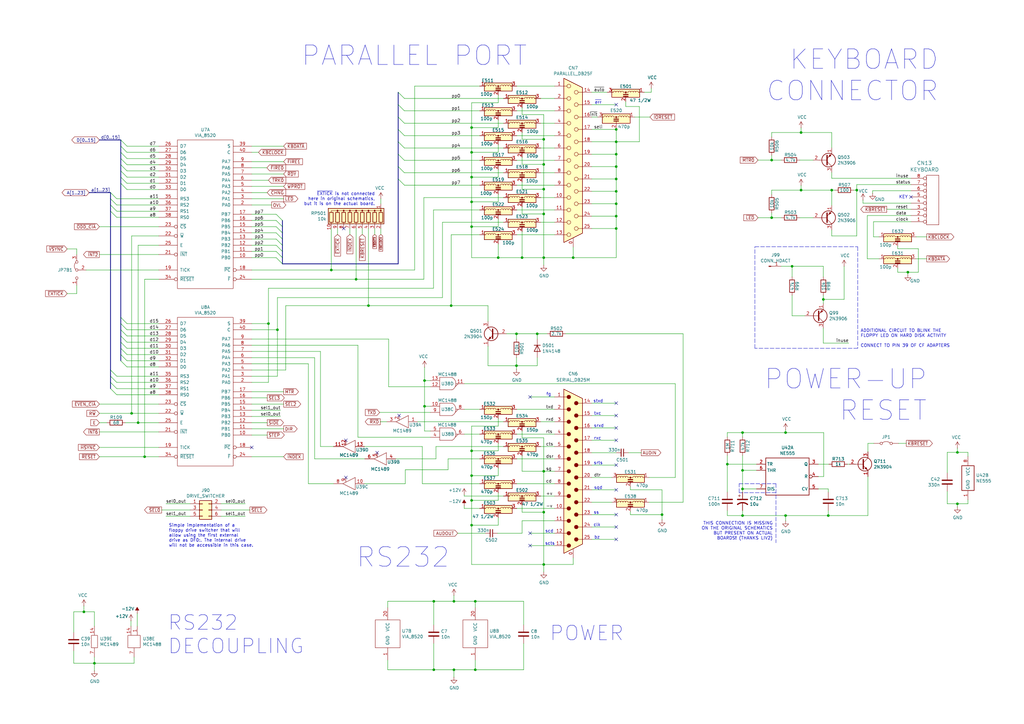
<source format=kicad_sch>
(kicad_sch (version 20250114) (generator "eeschema") (generator_version "9.0")
  (paper "A3")
  (title_block (title "Rämixx500") (date "2021-05-23") (rev "1") (company "SukkoPera") (comment 1 "RS232 AND PARALLEL PORT") (comment 4 "Licensed under CC BY-NC-SA 4.0"))
  (text "rxc" (at 245.11 179.832 0) (effects (font (size 1.27 1.27))))
  (text "ADDITIONAL CIRCUIT TO BLINK THE\nFLOPPY LED ON HARD DISK ACTIVITY\n\nCONNECT TO PIN 39 OF CF ADAPTERS" (at 352.933 142.621 0) (effects (font (size 1.27 1.27)) (justify left bottom)))
  (text "Simple implementation of a\nfloppy drive switcher that will\nallow using the first external\ndrive as DF0:. The internal drive\nwill not be accessible in this case." (at 69.215 224.536 0) (effects (font (size 1.27 1.27)) (justify left bottom)))
  (text "~{EXTICK} is not connected\nhere in original schematics,\nbut it is on the actual board." (at 153.797 84.455 0) (effects (font (size 1.27 1.27)) (justify right bottom)))
  (text "scts" (at 225.552 223.012 0) (effects (font (size 1.27 1.27))))
  (text "srts" (at 245.364 189.992 0) (effects (font (size 1.27 1.27))))
  (text "stxd" (at 245.364 164.592 0) (effects (font (size 1.27 1.27))))
  (text "KEYBOARD\nCONNECTOR" (at 385.191 42.164 0) (effects (font (size 8.001 8.001)) (justify right bottom)))
  (text "POWER" (at 256.032 263.398 0) (effects (font (size 5.9944 5.9944)) (justify right bottom)))
  (text "clk" (at 244.856 215.392 0) (effects (font (size 1.27 1.27))))
  (text "srxd" (at 245.618 174.752 0) (effects (font (size 1.27 1.27))))
  (text "ss" (at 244.602 210.312 0) (effects (font (size 1.27 1.27))))
  (text "scd" (at 225.298 217.932 0) (effects (font (size 1.27 1.27))))
  (text "POWER-UP\nRESET" (at 380.492 173.228 0) (effects (font (size 8.001 8.001)) (justify right bottom)))
  (text "txc" (at 245.11 169.672 0) (effects (font (size 1.27 1.27))))
  (text "THIS CONNECTION IS MISSING\nON THE ORIGINAL SCHEMATICS\nBUT PRESENT ON ACTUAL\nBOARDS! (THANKS LIV2)" (at 316.992 221.615 0) (effects (font (size 1.27 1.27)) (justify right bottom)))
  (text "sqd" (at 245.364 200.152 0) (effects (font (size 1.27 1.27))))
  (text "fg" (at 225.044 161.798 0) (effects (font (size 1.27 1.27))))
  (text "bz" (at 244.856 220.472 0) (effects (font (size 1.27 1.27))))
  (text "RS232\nDECOUPLING" (at 68.707 268.732 0) (effects (font (size 5.9944 5.9944)) (justify left bottom)))
  (text "PARALLEL PORT" (at 216.535 27.686 0) (effects (font (size 8.001 8.001)) (justify right bottom)))
  (text "KEY" (at 368.681 81.661 0) (effects (font (size 1.27 1.27)) (justify left bottom)))
  (text "~{err}" (at 245.364 42.164 0) (effects (font (size 1.27 1.27))))
  (text "RS232" (at 184.658 233.426 0) (effects (font (size 8.001 8.001)) (justify right bottom)))
  (junction (at 341.122 77.978))
  (junction (at 56.642 173.355))
  (junction (at 252.73 78.486))
  (junction (at 223.012 231.521))
  (junction (at 252.73 83.566))
  (junction (at 328.549 54.356))
  (junction (at 271.526 211.074))
  (junction (at 223.012 87.757))
  (junction (at 304.546 211.455))
  (junction (at 304.546 177.419))
  (junction (at 392.684 206.629))
  (junction (at 185.039 125.349))
  (junction (at 372.364 111.633))
  (junction (at 252.73 73.406))
  (junction (at 194.945 274.701))
  (junction (at 177.927 274.701))
  (junction (at 113.792 135.255))
  (junction (at 177.927 246.634))
  (junction (at 337.693 122.809))
  (junction (at 34.417 250.952))
  (junction (at 211.836 149.987))
  (junction (at 223.012 210.058))
  (junction (at 316.484 65.659))
  (junction (at 59.309 187.325))
  (junction (at 351.409 77.978))
  (junction (at 193.421 215.392))
  (junction (at 151.13 125.349))
  (junction (at 298.323 190.373))
  (junction (at 220.345 136.906))
  (junction (at 252.73 58.166))
  (junction (at 392.684 185.547))
  (junction (at 223.012 67.437))
  (junction (at 223.012 105.664))
  (junction (at 204.343 105.664))
  (junction (at 193.421 82.804))
  (junction (at 211.836 136.906))
  (junction (at 223.012 57.15))
  (junction (at 304.546 200.533))
  (junction (at 235.077 105.664))
  (junction (at 223.012 77.597))
  (junction (at 322.199 211.455))
  (junction (at 146.05 114.554))
  (junction (at 214.122 105.664))
  (junction (at 252.73 53.086))
  (junction (at 53.975 169.545))
  (junction (at 252.73 88.646))
  (junction (at 252.73 68.326))
  (junction (at 193.421 92.964))
  (junction (at 193.421 195.072))
  (junction (at 322.199 177.419))
  (junction (at 193.421 205.232))
  (junction (at 304.546 192.913))
  (junction (at 193.421 72.644))
  (junction (at 252.73 93.726))
  (junction (at 193.421 62.484))
  (junction (at 193.421 184.912))
  (junction (at 252.73 63.246))
  (junction (at 174.117 166.624))
  (junction (at 316.484 89.281))
  (junction (at 193.421 52.324))
  (junction (at 186.182 274.701))
  (junction (at 194.945 246.634))
  (junction (at 38.735 272.034))
  (junction (at 135.89 110.744))
  (junction (at 223.012 193.294))
  (junction (at 110.109 132.715))
  (junction (at 328.549 77.978))
  (junction (at 186.182 246.634))
  (junction (at 174.117 156.083))
  (junction (at 339.725 211.455))
  (junction (at 324.866 109.22))
  (no_connect (at 252.73 165.354))
  (no_connect (at 103.251 183.515))
  (no_connect (at 141.859 195.834))
  (no_connect (at 217.424 223.774))
  (no_connect (at 252.73 180.594))
  (no_connect (at 252.73 170.434))
  (no_connect (at 141.859 180.594))
  (no_connect (at 252.73 200.914))
  (no_connect (at 252.73 175.514))
  (no_connect (at 217.424 218.694))
  (no_connect (at 154.686 185.674))
  (no_connect (at 252.73 221.234))
  (no_connect (at 217.424 162.814))
  (no_connect (at 252.73 190.754))
  (no_connect (at 373.634 80.772))
  (no_connect (at 252.73 216.154))
  (no_connect (at 163.703 170.434))
  (no_connect (at 252.73 211.074))
  (no_connect (at 252.73 42.926))
  (no_connect (at 140.97 93.726))
  (bus_entry (at 45.339 154.305) (size 2.54 2.54))
  (bus_entry (at 45.339 151.765) (size 2.54 2.54))
  (bus_entry (at 113.284 100.584) (size 2.54 2.54))
  (bus_entry (at 163.322 73.406) (size 2.54 2.54))
  (bus_entry (at 113.284 98.044) (size 2.54 2.54))
  (bus_entry (at 49.53 147.955) (size 2.54 2.54))
  (bus_entry (at 49.53 72.644) (size 2.54 2.54))
  (bus_entry (at 49.53 75.184) (size 2.54 2.54))
  (bus_entry (at 49.53 62.484) (size 2.54 2.54))
  (bus_entry (at 49.53 132.715) (size 2.54 2.54))
  (bus_entry (at 163.322 58.166) (size 2.54 2.54))
  (bus_entry (at 49.53 59.944) (size 2.54 2.54))
  (bus_entry (at 163.322 42.926) (size 2.54 2.54))
  (bus_entry (at 45.339 156.845) (size 2.54 2.54))
  (bus_entry (at 49.53 130.175) (size 2.54 2.54))
  (bus_entry (at 49.53 137.795) (size 2.54 2.54))
  (bus_entry (at 113.284 95.504) (size 2.54 2.54))
  (bus_entry (at 49.53 70.104) (size 2.54 2.54))
  (bus_entry (at 163.322 63.246) (size 2.54 2.54))
  (bus_entry (at 163.322 37.846) (size 2.54 2.54))
  (bus_entry (at 113.284 92.964) (size 2.54 2.54))
  (bus_entry (at 113.284 90.424) (size 2.54 2.54))
  (bus_entry (at 45.339 86.614) (size 2.54 2.54))
  (bus_entry (at 49.53 135.255) (size 2.54 2.54))
  (bus_entry (at 163.322 48.006) (size 2.54 2.54))
  (bus_entry (at 113.284 103.124) (size 2.54 2.54))
  (bus_entry (at 163.322 53.086) (size 2.54 2.54))
  (bus_entry (at 45.339 159.385) (size 2.54 2.54))
  (bus_entry (at 45.339 84.074) (size 2.54 2.54))
  (bus_entry (at 49.53 57.404) (size 2.54 2.54))
  (bus_entry (at 113.284 105.664) (size 2.54 2.54))
  (bus_entry (at 49.53 67.564) (size 2.54 2.54))
  (bus_entry (at 45.339 81.534) (size 2.54 2.54))
  (bus_entry (at 49.53 145.415) (size 2.54 2.54))
  (bus_entry (at 163.322 68.326) (size 2.54 2.54))
  (bus_entry (at 113.284 87.884) (size 2.54 2.54))
  (bus_entry (at 45.339 78.994) (size 2.54 2.54))
  (bus_entry (at 49.53 142.875) (size 2.54 2.54))
  (bus_entry (at 49.53 140.335) (size 2.54 2.54))
  (bus_entry (at 49.53 65.024) (size 2.54 2.54))
  (wire (pts (xy 103.251 71.374) (xy 116.332 71.374)))
  (wire (pts (xy 186.182 246.634) (xy 186.182 244.221)))
  (wire (pts (xy 211.836 139.065) (xy 211.836 136.906)))
  (wire (pts (xy 103.251 59.944) (xy 116.332 59.944)))
  (polyline (pts (xy 303.149 202.057) (xy 303.149 198.374)) (stroke (width 0) (type dash)))
  (wire (pts (xy 52.07 62.484) (xy 65.151 62.484)))
  (wire (pts (xy 368.173 100.965) (xy 368.173 101.981)))
  (wire (pts (xy 59.309 114.554) (xy 59.309 187.325)))
  (wire (pts (xy 316.484 77.978) (xy 316.484 79.756)))
  (wire (pts (xy 258.572 199.644) (xy 258.572 200.914)))
  (wire (pts (xy 266.192 205.994) (xy 280.162 205.994)))
  (wire (pts (xy 186.182 274.701) (xy 194.945 274.701)))
  (wire (pts (xy 316.484 65.659) (xy 310.896 65.659)))
  (wire (pts (xy 34.417 250.952) (xy 34.417 248.539)))
  (wire (pts (xy 276.987 195.834) (xy 266.192 195.834)))
  (wire (pts (xy 204.343 105.664) (xy 204.343 100.076)))
  (wire (pts (xy 65.151 169.545) (xy 53.975 169.545)))
  (wire (pts (xy 304.546 192.913) (xy 304.546 200.533)))
  (wire (pts (xy 190.5 157.353) (xy 276.987 157.353)))
  (wire (pts (xy 316.484 89.281) (xy 310.896 89.281)))
  (wire (pts (xy 194.945 246.634) (xy 214.757 246.634)))
  (wire (pts (xy 52.07 59.944) (xy 65.151 59.944)))
  (wire (pts (xy 242.697 185.674) (xy 252.73 185.674)))
  (wire (pts (xy 337.693 122.809) (xy 346.202 122.809)))
  (wire (pts (xy 357.886 78.232) (xy 373.634 78.232)))
  (wire (pts (xy 136.779 198.374) (xy 126.492 198.374)))
  (wire (pts (xy 242.697 37.846) (xy 249.047 37.846)))
  (bus (pts (xy 45.339 84.074) (xy 45.339 86.614)))
  (wire (pts (xy 183.769 188.214) (xy 183.769 192.659)))
  (wire (pts (xy 358.267 97.155) (xy 358.267 90.932)))
  (wire (pts (xy 193.421 205.232) (xy 193.421 215.392)))
  (wire (pts (xy 194.945 246.634) (xy 194.945 249.174)))
  (bus (pts (xy 49.53 72.644) (xy 49.53 75.184)))
  (wire (pts (xy 40.767 104.394) (xy 65.151 104.394)))
  (wire (pts (xy 204.343 79.756) (xy 204.343 82.804)))
  (wire (pts (xy 220.345 149.987) (xy 220.345 146.685)))
  (wire (pts (xy 165.862 70.866) (xy 206.502 70.866)))
  (wire (pts (xy 304.546 177.419) (xy 304.546 179.197)))
  (wire (pts (xy 200.152 141.986) (xy 200.152 149.987)))
  (bus (pts (xy 163.322 73.406) (xy 163.322 108.204)))
  (wire (pts (xy 256.667 43.688) (xy 262.255 43.688)))
  (wire (pts (xy 376.682 101.981) (xy 376.682 111.633)))
  (wire (pts (xy 204.343 192.024) (xy 204.343 195.072)))
  (wire (pts (xy 129.032 188.214) (xy 129.032 146.685)))
  (wire (pts (xy 185.039 125.349) (xy 200.152 125.349)))
  (wire (pts (xy 227.457 188.214) (xy 211.963 188.214)))
  (wire (pts (xy 204.343 39.116) (xy 204.343 42.164)))
  (wire (pts (xy 223.012 87.757) (xy 223.012 105.664)))
  (wire (pts (xy 353.949 83.312) (xy 373.634 83.312)))
  (wire (pts (xy 211.963 208.534) (xy 227.457 208.534)))
  (wire (pts (xy 353.949 83.312) (xy 353.949 82.042)))
  (wire (pts (xy 350.139 77.978) (xy 351.409 77.978)))
  (wire (pts (xy 176.53 156.083) (xy 174.117 156.083)))
  (wire (pts (xy 223.012 105.664) (xy 214.122 105.664)))
  (polyline (pts (xy 351.79 101.219) (xy 351.79 142.875)) (stroke (width 0) (type dash)))
  (wire (pts (xy 171.323 172.974) (xy 206.502 172.974)))
  (wire (pts (xy 153.67 93.726) (xy 153.67 96.139)))
  (wire (pts (xy 388.493 185.547) (xy 392.684 185.547)))
  (wire (pts (xy 47.879 154.305) (xy 65.151 154.305)))
  (wire (pts (xy 271.526 211.074) (xy 258.572 211.074)))
  (wire (pts (xy 193.421 62.484) (xy 193.421 72.644)))
  (wire (pts (xy 190.373 203.454) (xy 190.373 202.946)))
  (wire (pts (xy 177.927 263.906) (xy 177.927 274.701)))
  (wire (pts (xy 131.445 144.145) (xy 103.251 144.145)))
  (wire (pts (xy 103.251 132.715) (xy 110.109 132.715)))
  (wire (pts (xy 204.343 69.596) (xy 204.343 72.644)))
  (wire (pts (xy 256.667 41.656) (xy 256.667 43.688)))
  (wire (pts (xy 151.13 125.349) (xy 185.039 125.349)))
  (wire (pts (xy 298.323 209.423) (xy 298.323 211.455)))
  (wire (pts (xy 304.546 192.913) (xy 310.261 192.913)))
  (wire (pts (xy 204.089 218.694) (xy 214.122 218.694)))
  (wire (pts (xy 227.457 40.386) (xy 221.742 40.386)))
  (wire (pts (xy 242.697 53.086) (xy 252.73 53.086)))
  (wire (pts (xy 65.151 187.325) (xy 59.309 187.325)))
  (wire (pts (xy 280.162 136.906) (xy 232.029 136.906)))
  (wire (pts (xy 52.07 70.104) (xy 65.151 70.104)))
  (wire (pts (xy 47.879 84.074) (xy 65.151 84.074)))
  (wire (pts (xy 376.682 111.633) (xy 372.364 111.633)))
  (wire (pts (xy 304.546 186.817) (xy 304.546 192.913)))
  (wire (pts (xy 221.742 203.454) (xy 227.457 203.454)))
  (wire (pts (xy 177.8 86.106) (xy 177.8 118.237)))
  (wire (pts (xy 360.553 106.172) (xy 355.727 106.172)))
  (bus (pts (xy 49.53 132.715) (xy 49.53 135.255)))
  (wire (pts (xy 341.122 77.978) (xy 341.122 84.201)))
  (wire (pts (xy 227.457 70.866) (xy 221.742 70.866)))
  (bus (pts (xy 115.824 95.504) (xy 115.824 98.044)))
  (wire (pts (xy 252.73 73.406) (xy 252.73 78.486)))
  (wire (pts (xy 204.343 171.704) (xy 204.343 174.752)))
  (wire (pts (xy 324.866 129.54) (xy 330.073 129.54)))
  (wire (pts (xy 214.122 87.757) (xy 223.012 87.757)))
  (wire (pts (xy 392.684 207.899) (xy 392.684 206.629)))
  (bus (pts (xy 45.339 81.534) (xy 45.339 84.074)))
  (bus (pts (xy 45.339 78.994) (xy 36.576 78.994)))
  (wire (pts (xy 223.012 67.437) (xy 223.012 77.597)))
  (wire (pts (xy 372.364 111.633) (xy 368.173 111.633)))
  (wire (pts (xy 165.862 45.466) (xy 196.723 45.466)))
  (wire (pts (xy 113.792 154.305) (xy 103.251 154.305)))
  (wire (pts (xy 242.697 170.434) (xy 252.73 170.434)))
  (wire (pts (xy 103.251 175.895) (xy 116.332 175.895)))
  (wire (pts (xy 211.836 136.906) (xy 220.345 136.906)))
  (bus (pts (xy 49.53 57.404) (xy 40.767 57.404)))
  (wire (pts (xy 52.07 132.715) (xy 65.151 132.715)))
  (bus (pts (xy 163.322 63.246) (xy 163.322 68.326)))
  (wire (pts (xy 110.109 156.845) (xy 103.251 156.845)))
  (wire (pts (xy 242.697 211.074) (xy 252.73 211.074)))
  (wire (pts (xy 35.306 110.744) (xy 65.151 110.744)))
  (wire (pts (xy 103.251 139.065) (xy 159.385 139.065)))
  (wire (pts (xy 214.757 274.701) (xy 214.757 263.906)))
  (wire (pts (xy 194.945 274.701) (xy 194.945 270.764)))
  (wire (pts (xy 355.727 88.392) (xy 373.634 88.392)))
  (wire (pts (xy 100.584 206.629) (xy 90.678 206.629)))
  (wire (pts (xy 52.07 67.564) (xy 65.151 67.564)))
  (wire (pts (xy 176.53 176.784) (xy 174.117 176.784)))
  (wire (pts (xy 38.735 275.082) (xy 38.735 272.034)))
  (wire (pts (xy 271.526 213.233) (xy 271.526 211.074)))
  (wire (pts (xy 204.343 52.324) (xy 193.421 52.324)))
  (wire (pts (xy 227.457 81.026) (xy 221.742 81.026)))
  (bus (pts (xy 45.339 86.614) (xy 45.339 151.765)))
  (wire (pts (xy 341.122 54.356) (xy 341.122 60.579)))
  (wire (pts (xy 227.457 45.466) (xy 211.963 45.466)))
  (wire (pts (xy 341.122 94.361) (xy 341.122 96.774)))
  (wire (pts (xy 214.122 186.944) (xy 214.122 193.294)))
  (wire (pts (xy 200.152 149.987) (xy 211.836 149.987)))
  (wire (pts (xy 65.151 177.165) (xy 40.767 177.165)))
  (wire (pts (xy 227.457 86.106) (xy 211.963 86.106)))
  (wire (pts (xy 328.041 65.659) (xy 333.502 65.659)))
  (wire (pts (xy 252.73 83.566) (xy 252.73 88.646)))
  (wire (pts (xy 204.343 184.912) (xy 193.421 184.912)))
  (wire (pts (xy 66.294 209.169) (xy 77.978 209.169)))
  (wire (pts (xy 103.251 90.424) (xy 113.284 90.424)))
  (wire (pts (xy 235.077 101.346) (xy 235.077 105.664)))
  (wire (pts (xy 47.879 156.845) (xy 65.151 156.845)))
  (wire (pts (xy 337.693 122.809) (xy 337.693 121.158)))
  (wire (pts (xy 339.725 200.533) (xy 339.725 201.803)))
  (wire (pts (xy 40.767 92.964) (xy 65.151 92.964)))
  (wire (pts (xy 339.979 190.373) (xy 335.661 190.373)))
  (wire (pts (xy 103.251 141.605) (xy 146.812 141.605)))
  (bus (pts (xy 45.339 151.765) (xy 45.339 154.305)))
  (wire (pts (xy 220.345 139.065) (xy 220.345 136.906)))
  (wire (pts (xy 242.697 42.926) (xy 252.73 42.926)))
  (wire (pts (xy 304.546 211.455) (xy 304.546 209.423)))
  (wire (pts (xy 40.767 173.355) (xy 43.815 173.355)))
  (wire (pts (xy 103.251 68.834) (xy 109.474 68.834)))
  (wire (pts (xy 194.945 274.701) (xy 214.757 274.701)))
  (wire (pts (xy 214.757 246.634) (xy 214.757 256.286)))
  (wire (pts (xy 204.343 59.436) (xy 204.343 62.484)))
  (wire (pts (xy 223.012 234.569) (xy 223.012 231.521)))
  (wire (pts (xy 316.484 54.356) (xy 316.484 56.134)))
  (wire (pts (xy 214.122 210.058) (xy 223.012 210.058)))
  (wire (pts (xy 113.792 135.255) (xy 113.792 154.305)))
  (wire (pts (xy 52.07 137.795) (xy 65.151 137.795)))
  (bus (pts (xy 49.53 57.404) (xy 49.53 59.944)))
  (wire (pts (xy 214.122 64.516) (xy 214.122 67.437)))
  (wire (pts (xy 316.484 65.659) (xy 320.421 65.659)))
  (wire (pts (xy 65.151 100.584) (xy 56.642 100.584)))
  (wire (pts (xy 375.793 106.172) (xy 380.111 106.172)))
  (wire (pts (xy 252.73 78.486) (xy 252.73 83.566)))
  (wire (pts (xy 65.151 96.774) (xy 53.975 96.774)))
  (wire (pts (xy 214.122 84.836) (xy 214.122 87.757)))
  (wire (pts (xy 217.424 162.814) (xy 227.457 162.814)))
  (wire (pts (xy 316.484 54.356) (xy 328.549 54.356)))
  (wire (pts (xy 368.173 111.633) (xy 368.173 109.982)))
  (wire (pts (xy 355.727 106.172) (xy 355.727 88.392)))
  (wire (pts (xy 146.812 179.324) (xy 176.53 179.324)))
  (wire (pts (xy 165.862 55.626) (xy 196.723 55.626)))
  (wire (pts (xy 65.151 173.355) (xy 56.642 173.355)))
  (wire (pts (xy 235.077 231.521) (xy 235.077 228.854)))
  (wire (pts (xy 174.117 156.083) (xy 174.117 150.622)))
  (wire (pts (xy 214.122 77.597) (xy 223.012 77.597)))
  (bus (pts (xy 49.53 67.564) (xy 49.53 70.104)))
  (wire (pts (xy 68.072 206.629) (xy 77.978 206.629)))
  (wire (pts (xy 177.8 86.106) (xy 196.723 86.106)))
  (wire (pts (xy 52.07 65.024) (xy 65.151 65.024)))
  (wire (pts (xy 214.122 67.437) (xy 223.012 67.437)))
  (wire (pts (xy 355.981 185.293) (xy 355.981 181.864)))
  (wire (pts (xy 373.634 85.852) (xy 363.728 85.852)))
  (bus (pts (xy 49.53 140.335) (xy 49.53 142.875)))
  (wire (pts (xy 186.182 277.749) (xy 186.182 274.701)))
  (wire (pts (xy 103.251 187.325) (xy 116.332 187.325)))
  (wire (pts (xy 103.251 114.554) (xy 146.05 114.554)))
  (wire (pts (xy 117.221 125.349) (xy 117.221 151.765)))
  (wire (pts (xy 53.975 96.774) (xy 53.975 169.545)))
  (wire (pts (xy 355.981 195.453) (xy 355.981 211.455)))
  (wire (pts (xy 223.012 46.99) (xy 223.012 57.15)))
  (wire (pts (xy 190.373 203.454) (xy 206.502 203.454)))
  (wire (pts (xy 392.684 185.547) (xy 397.002 185.547)))
  (wire (pts (xy 337.693 124.46) (xy 337.693 122.809)))
  (wire (pts (xy 165.862 40.386) (xy 206.502 40.386)))
  (wire (pts (xy 276.987 157.353) (xy 276.987 195.834)))
  (wire (pts (xy 324.866 121.158) (xy 324.866 129.54)))
  (wire (pts (xy 52.07 140.335) (xy 65.151 140.335)))
  (wire (pts (xy 242.697 78.486) (xy 252.73 78.486)))
  (wire (pts (xy 173.863 81.026) (xy 206.502 81.026)))
  (wire (pts (xy 193.421 184.912) (xy 193.421 195.072)))
  (wire (pts (xy 355.981 181.864) (xy 358.394 181.864)))
  (wire (pts (xy 223.012 77.597) (xy 223.012 87.757)))
  (wire (pts (xy 322.199 177.419) (xy 304.546 177.419)))
  (wire (pts (xy 31.496 104.394) (xy 31.496 102.108)))
  (wire (pts (xy 346.202 122.809) (xy 346.202 109.22)))
  (wire (pts (xy 149.479 183.134) (xy 173.228 183.134)))
  (wire (pts (xy 31.496 117.094) (xy 31.496 120.396)))
  (wire (pts (xy 38.735 269.494) (xy 38.735 272.034)))
  (wire (pts (xy 242.697 73.406) (xy 252.73 73.406)))
  (wire (pts (xy 214.122 207.264) (xy 214.122 210.058)))
  (wire (pts (xy 193.421 215.392) (xy 193.421 231.521)))
  (wire (pts (xy 156.21 93.726) (xy 156.21 96.139)))
  (wire (pts (xy 110.109 118.237) (xy 110.109 132.715)))
  (wire (pts (xy 260.35 48.006) (xy 266.573 48.006)))
  (bus (pts (xy 49.53 142.875) (xy 49.53 145.415)))
  (wire (pts (xy 211.836 151.511) (xy 211.836 149.987)))
  (wire (pts (xy 200.152 125.349) (xy 200.152 131.826)))
  (wire (pts (xy 242.697 48.006) (xy 245.11 48.006)))
  (wire (pts (xy 252.73 53.086) (xy 252.73 58.166)))
  (wire (pts (xy 252.73 68.326) (xy 252.73 73.406)))
  (wire (pts (xy 242.697 175.514) (xy 252.73 175.514)))
  (wire (pts (xy 227.457 167.894) (xy 211.963 167.894)))
  (wire (pts (xy 351.409 96.774) (xy 351.409 77.978)))
  (wire (pts (xy 51.435 173.355) (xy 56.642 173.355)))
  (wire (pts (xy 190.5 167.894) (xy 196.723 167.894)))
  (wire (pts (xy 328.549 52.451) (xy 328.549 54.356)))
  (wire (pts (xy 328.549 54.356) (xy 341.122 54.356)))
  (bus (pts (xy 115.824 90.424) (xy 115.824 92.964)))
  (wire (pts (xy 52.07 72.644) (xy 65.151 72.644)))
  (bus (pts (xy 45.339 156.845) (xy 45.339 159.385)))
  (wire (pts (xy 372.364 111.633) (xy 372.364 112.649)))
  (bus (pts (xy 49.53 62.484) (xy 49.53 65.024)))
  (wire (pts (xy 103.251 66.294) (xy 116.332 66.294)))
  (wire (pts (xy 177.8 118.237) (xy 110.109 118.237)))
  (wire (pts (xy 90.678 211.709) (xy 100.584 211.709)))
  (wire (pts (xy 77.978 211.709) (xy 68.072 211.709)))
  (wire (pts (xy 110.109 132.715) (xy 110.109 156.845)))
  (wire (pts (xy 227.457 183.134) (xy 221.742 183.134)))
  (wire (pts (xy 170.053 110.744) (xy 170.053 35.306)))
  (wire (pts (xy 242.697 221.234) (xy 252.73 221.234)))
  (wire (pts (xy 242.697 165.354) (xy 252.73 165.354)))
  (wire (pts (xy 298.323 201.803) (xy 298.323 190.373)))
  (wire (pts (xy 30.226 266.954) (xy 30.226 272.034)))
  (wire (pts (xy 103.251 105.664) (xy 113.284 105.664)))
  (wire (pts (xy 159.004 246.634) (xy 177.927 246.634)))
  (wire (pts (xy 242.697 190.754) (xy 252.73 190.754)))
  (wire (pts (xy 204.343 42.164) (xy 193.421 42.164)))
  (wire (pts (xy 136.779 183.134) (xy 131.445 183.134)))
  (wire (pts (xy 341.122 96.774) (xy 351.409 96.774)))
  (wire (pts (xy 103.251 110.744) (xy 135.89 110.744)))
  (wire (pts (xy 357.886 78.232) (xy 357.886 79.248)))
  (wire (pts (xy 52.07 145.415) (xy 65.151 145.415)))
  (wire (pts (xy 262.255 43.688) (xy 262.255 58.166)))
  (wire (pts (xy 204.343 62.484) (xy 193.421 62.484)))
  (wire (pts (xy 155.702 169.164) (xy 176.53 169.164)))
  (wire (pts (xy 316.484 89.281) (xy 320.421 89.281)))
  (wire (pts (xy 173.228 198.374) (xy 196.723 198.374)))
  (wire (pts (xy 304.546 200.533) (xy 304.546 201.803)))
  (wire (pts (xy 135.89 110.744) (xy 170.053 110.744)))
  (wire (pts (xy 335.661 195.453) (xy 337.82 195.453)))
  (wire (pts (xy 214.122 44.196) (xy 214.122 46.99)))
  (wire (pts (xy 217.424 218.694) (xy 227.457 218.694)))
  (wire (pts (xy 103.251 170.815) (xy 115.062 170.815)))
  (wire (pts (xy 214.122 218.694) (xy 214.122 213.614)))
  (wire (pts (xy 156.21 81.534) (xy 156.21 83.566)))
  (wire (pts (xy 170.053 35.306) (xy 196.723 35.306)))
  (wire (pts (xy 52.07 147.955) (xy 65.151 147.955)))
  (wire (pts (xy 337.693 140.716) (xy 348.107 140.716)))
  (wire (pts (xy 47.879 81.534) (xy 65.151 81.534)))
  (wire (pts (xy 135.89 93.726) (xy 135.89 110.744)))
  (wire (pts (xy 204.343 92.964) (xy 193.421 92.964)))
  (wire (pts (xy 126.492 149.225) (xy 103.251 149.225)))
  (wire (pts (xy 324.866 113.538) (xy 324.866 109.22)))
  (wire (pts (xy 328.549 76.073) (xy 328.549 77.978)))
  (wire (pts (xy 174.117 166.624) (xy 174.117 156.083)))
  (wire (pts (xy 40.767 169.545) (xy 53.975 169.545)))
  (wire (pts (xy 341.122 70.739) (xy 341.122 73.152)))
  (wire (pts (xy 214.122 57.15) (xy 223.012 57.15)))
  (wire (pts (xy 146.812 141.605) (xy 146.812 179.324)))
  (wire (pts (xy 316.484 63.754) (xy 316.484 65.659)))
  (wire (pts (xy 181.483 91.186) (xy 181.483 122.047)))
  (wire (pts (xy 337.693 109.22) (xy 337.693 113.538)))
  (wire (pts (xy 204.343 82.804) (xy 193.421 82.804)))
  (wire (pts (xy 173.228 183.134) (xy 173.228 198.374)))
  (wire (pts (xy 65.151 114.554) (xy 59.309 114.554)))
  (wire (pts (xy 190.5 178.054) (xy 196.723 178.054)))
  (wire (pts (xy 258.572 211.074) (xy 258.572 209.804)))
  (wire (pts (xy 214.122 94.996) (xy 214.122 105.664)))
  (wire (pts (xy 358.267 90.932) (xy 373.634 90.932)))
  (wire (pts (xy 177.927 246.634) (xy 186.182 246.634)))
  (wire (pts (xy 159.385 158.623) (xy 176.53 158.623)))
  (wire (pts (xy 310.261 200.533) (xy 304.546 200.533)))
  (wire (pts (xy 103.251 103.124) (xy 113.284 103.124)))
  (wire (pts (xy 214.122 46.99) (xy 223.012 46.99)))
  (wire (pts (xy 31.496 120.396) (xy 27.559 120.396)))
  (wire (pts (xy 217.424 223.774) (xy 227.457 223.774)))
  (wire (pts (xy 223.012 231.521) (xy 235.077 231.521)))
  (wire (pts (xy 90.678 209.169) (xy 102.489 209.169)))
  (wire (pts (xy 204.343 212.344) (xy 204.343 215.392)))
  (wire (pts (xy 103.251 87.884) (xy 113.284 87.884)))
  (wire (pts (xy 227.457 35.306) (xy 211.963 35.306)))
  (wire (pts (xy 242.697 195.834) (xy 250.952 195.834)))
  (wire (pts (xy 30.226 250.952) (xy 34.417 250.952)))
  (bus (pts (xy 49.53 137.795) (xy 49.53 140.335)))
  (wire (pts (xy 193.421 92.964) (xy 193.421 105.664)))
  (wire (pts (xy 204.343 89.916) (xy 204.343 92.964)))
  (polyline (pts (xy 351.79 142.875) (xy 309.626 142.875)) (stroke (width 0) (type dash)))
  (wire (pts (xy 159.385 139.065) (xy 159.385 158.623)))
  (wire (pts (xy 298.323 179.197) (xy 298.323 177.419)))
  (polyline (pts (xy 303.149 198.374) (xy 318.262 198.374)) (stroke (width 0) (type dash)))
  (wire (pts (xy 52.07 150.495) (xy 65.151 150.495)))
  (wire (pts (xy 159.004 249.174) (xy 159.004 246.634)))
  (wire (pts (xy 223.012 57.15) (xy 223.012 67.437)))
  (wire (pts (xy 34.417 250.952) (xy 38.735 250.952)))
  (wire (pts (xy 103.251 84.074) (xy 111.379 84.074)))
  (wire (pts (xy 214.122 179.578) (xy 223.012 179.578)))
  (bus (pts (xy 163.322 53.086) (xy 163.322 58.166)))
  (wire (pts (xy 211.836 149.987) (xy 220.345 149.987)))
  (wire (pts (xy 223.012 179.578) (xy 223.012 193.294)))
  (wire (pts (xy 193.421 52.324) (xy 193.421 62.484)))
  (wire (pts (xy 52.07 135.255) (xy 65.151 135.255)))
  (wire (pts (xy 174.117 176.784) (xy 174.117 166.624)))
  (wire (pts (xy 103.251 78.994) (xy 109.601 78.994)))
  (wire (pts (xy 227.457 50.546) (xy 221.742 50.546)))
  (wire (pts (xy 223.012 210.058) (xy 223.012 231.521)))
  (wire (pts (xy 40.767 183.515) (xy 65.151 183.515)))
  (wire (pts (xy 177.927 274.701) (xy 186.182 274.701)))
  (wire (pts (xy 341.122 73.152) (xy 373.634 73.152)))
  (wire (pts (xy 242.697 205.994) (xy 250.952 205.994)))
  (wire (pts (xy 193.421 72.644) (xy 193.421 82.804)))
  (wire (pts (xy 227.457 96.266) (xy 211.963 96.266)))
  (wire (pts (xy 341.122 77.978) (xy 342.519 77.978)))
  (wire (pts (xy 103.251 76.454) (xy 116.332 76.454)))
  (wire (pts (xy 320.421 109.22) (xy 324.866 109.22)))
  (wire (pts (xy 113.792 122.047) (xy 181.483 122.047)))
  (wire (pts (xy 148.59 93.726) (xy 148.59 96.139)))
  (wire (pts (xy 227.457 193.294) (xy 223.012 193.294)))
  (wire (pts (xy 316.484 77.978) (xy 328.549 77.978)))
  (wire (pts (xy 351.409 77.978) (xy 351.409 75.692)))
  (wire (pts (xy 166.243 192.659) (xy 166.243 198.374)))
  (wire (pts (xy 113.792 122.047) (xy 113.792 135.255)))
  (wire (pts (xy 149.606 188.214) (xy 129.032 188.214)))
  (wire (pts (xy 214.122 105.664) (xy 204.343 105.664)))
  (wire (pts (xy 146.05 93.726) (xy 146.05 114.554)))
  (wire (pts (xy 38.735 272.034) (xy 54.991 272.034)))
  (wire (pts (xy 339.725 209.423) (xy 339.725 211.455)))
  (polyline (pts (xy 309.626 101.219) (xy 351.79 101.219)) (stroke (width 0) (type dash)))
  (wire (pts (xy 214.122 54.356) (xy 214.122 57.15)))
  (wire (pts (xy 38.735 250.952) (xy 38.735 256.794)))
  (wire (pts (xy 178.816 183.134) (xy 178.816 188.214)))
  (wire (pts (xy 375.793 97.155) (xy 380.111 97.155)))
  (wire (pts (xy 227.457 91.186) (xy 221.742 91.186)))
  (wire (pts (xy 271.526 200.914) (xy 271.526 211.074)))
  (wire (pts (xy 173.863 81.026) (xy 173.863 114.554)))
  (wire (pts (xy 53.721 254.635) (xy 53.721 256.794)))
  (bus (pts (xy 115.824 105.664) (xy 115.824 108.204)))
  (wire (pts (xy 214.122 213.614) (xy 227.457 213.614)))
  (wire (pts (xy 30.226 259.334) (xy 30.226 250.952)))
  (wire (pts (xy 258.572 200.914) (xy 271.526 200.914)))
  (wire (pts (xy 207.772 136.906) (xy 211.836 136.906)))
  (wire (pts (xy 214.122 74.676) (xy 214.122 77.597)))
  (wire (pts (xy 397.002 204.978) (xy 397.002 206.629)))
  (wire (pts (xy 165.862 65.786) (xy 196.723 65.786)))
  (wire (pts (xy 103.251 135.255) (xy 113.792 135.255)))
  (wire (pts (xy 181.483 91.186) (xy 206.502 91.186)))
  (wire (pts (xy 193.421 82.804) (xy 193.421 92.964)))
  (wire (pts (xy 397.002 185.547) (xy 397.002 187.198)))
  (wire (pts (xy 199.009 218.694) (xy 187.706 218.694)))
  (wire (pts (xy 368.554 181.864) (xy 371.729 181.864)))
  (wire (pts (xy 190.373 208.534) (xy 190.373 207.518)))
  (wire (pts (xy 235.077 105.664) (xy 252.73 105.664)))
  (wire (pts (xy 337.82 195.453) (xy 337.82 177.419)))
  (wire (pts (xy 52.07 142.875) (xy 65.151 142.875)))
  (bus (pts (xy 49.53 59.944) (xy 49.53 62.484)))
  (bus (pts (xy 115.824 103.124) (xy 115.824 105.664)))
  (bus (pts (xy 115.824 98.044) (xy 115.824 100.584)))
  (wire (pts (xy 103.251 165.735) (xy 116.332 165.735)))
  (wire (pts (xy 193.421 105.664) (xy 204.343 105.664)))
  (bus (pts (xy 163.322 58.166) (xy 163.322 63.246)))
  (wire (pts (xy 214.122 193.294) (xy 223.012 193.294)))
  (wire (pts (xy 196.723 188.214) (xy 183.769 188.214)))
  (wire (pts (xy 159.004 270.764) (xy 159.004 274.701)))
  (wire (pts (xy 178.816 183.134) (xy 206.502 183.134)))
  (wire (pts (xy 328.041 89.281) (xy 333.502 89.281)))
  (bus (pts (xy 163.322 37.846) (xy 163.322 42.926)))
  (wire (pts (xy 103.251 160.655) (xy 116.332 160.655)))
  (wire (pts (xy 304.546 211.455) (xy 322.199 211.455)))
  (wire (pts (xy 227.457 55.626) (xy 211.963 55.626)))
  (bus (pts (xy 115.824 92.964) (xy 115.824 95.504)))
  (wire (pts (xy 267.081 37.846) (xy 264.287 37.846)))
  (wire (pts (xy 146.05 114.554) (xy 173.863 114.554)))
  (wire (pts (xy 227.457 178.054) (xy 211.963 178.054)))
  (wire (pts (xy 227.457 65.786) (xy 211.963 65.786)))
  (wire (pts (xy 129.032 146.685) (xy 103.251 146.685)))
  (bus (pts (xy 49.53 70.104) (xy 49.53 72.644)))
  (wire (pts (xy 214.122 176.784) (xy 214.122 179.578)))
  (wire (pts (xy 252.73 63.246) (xy 252.73 68.326)))
  (wire (pts (xy 223.012 193.294) (xy 223.012 210.058)))
  (wire (pts (xy 149.479 198.374) (xy 166.243 198.374)))
  (wire (pts (xy 193.421 42.164) (xy 193.421 52.324)))
  (wire (pts (xy 252.73 93.726) (xy 252.73 105.664)))
  (wire (pts (xy 392.684 185.547) (xy 392.684 183.769)))
  (wire (pts (xy 52.07 75.184) (xy 65.151 75.184)))
  (wire (pts (xy 103.251 92.964) (xy 113.284 92.964)))
  (wire (pts (xy 242.697 58.166) (xy 252.73 58.166)))
  (wire (pts (xy 190.373 208.534) (xy 196.723 208.534)))
  (wire (pts (xy 103.251 62.484) (xy 106.045 62.484)))
  (wire (pts (xy 298.323 190.373) (xy 310.261 190.373)))
  (wire (pts (xy 183.769 192.659) (xy 166.243 192.659)))
  (wire (pts (xy 388.493 201.549) (xy 388.493 206.629)))
  (wire (pts (xy 337.693 134.62) (xy 337.693 140.716)))
  (wire (pts (xy 227.457 60.706) (xy 221.742 60.706)))
  (wire (pts (xy 355.981 211.455) (xy 339.725 211.455)))
  (wire (pts (xy 347.599 190.373) (xy 348.361 190.373)))
  (bus (pts (xy 49.53 135.255) (xy 49.53 137.795)))
  (wire (pts (xy 242.697 216.154) (xy 252.73 216.154)))
  (wire (pts (xy 47.879 159.385) (xy 65.151 159.385)))
  (wire (pts (xy 223.012 231.521) (xy 193.421 231.521)))
  (bus (pts (xy 49.53 65.024) (xy 49.53 67.564)))
  (wire (pts (xy 322.199 211.455) (xy 339.725 211.455)))
  (wire (pts (xy 316.484 87.376) (xy 316.484 89.281)))
  (wire (pts (xy 103.251 73.914) (xy 110.109 73.914)))
  (wire (pts (xy 335.661 200.533) (xy 339.725 200.533)))
  (wire (pts (xy 388.493 206.629) (xy 392.684 206.629)))
  (wire (pts (xy 227.457 172.974) (xy 221.742 172.974)))
  (wire (pts (xy 165.862 75.946) (xy 196.723 75.946)))
  (bus (pts (xy 49.53 75.184) (xy 49.53 130.175)))
  (wire (pts (xy 204.343 174.752) (xy 193.421 174.752)))
  (wire (pts (xy 103.251 173.355) (xy 109.601 173.355)))
  (wire (pts (xy 185.039 96.266) (xy 185.039 125.349)))
  (wire (pts (xy 227.457 198.374) (xy 211.963 198.374)))
  (wire (pts (xy 262.255 58.166) (xy 252.73 58.166)))
  (wire (pts (xy 193.421 195.072) (xy 193.421 205.232)))
  (bus (pts (xy 163.322 48.006) (xy 163.322 53.086)))
  (wire (pts (xy 204.343 215.392) (xy 193.421 215.392)))
  (wire (pts (xy 159.004 274.701) (xy 177.927 274.701)))
  (wire (pts (xy 138.43 93.726) (xy 138.43 96.139)))
  (wire (pts (xy 126.492 198.374) (xy 126.492 149.225)))
  (wire (pts (xy 103.251 95.504) (xy 113.284 95.504)))
  (bus (pts (xy 45.339 154.305) (xy 45.339 156.845)))
  (wire (pts (xy 47.879 161.925) (xy 65.151 161.925)))
  (wire (pts (xy 351.409 75.692) (xy 373.634 75.692)))
  (wire (pts (xy 103.251 100.584) (xy 113.284 100.584)))
  (wire (pts (xy 242.697 63.246) (xy 252.73 63.246)))
  (wire (pts (xy 211.836 146.685) (xy 211.836 149.987)))
  (wire (pts (xy 103.251 98.044) (xy 113.284 98.044)))
  (wire (pts (xy 298.323 211.455) (xy 304.546 211.455)))
  (wire (pts (xy 223.012 108.712) (xy 223.012 105.664)))
  (polyline (pts (xy 318.262 198.374) (xy 318.262 222.631)) (stroke (width 0) (type dash)))
  (wire (pts (xy 324.866 109.22) (xy 337.693 109.22)))
  (bus (pts (xy 45.339 78.994) (xy 45.339 81.534)))
  (wire (pts (xy 204.343 202.184) (xy 204.343 205.232)))
  (wire (pts (xy 47.879 89.154) (xy 65.151 89.154)))
  (wire (pts (xy 103.251 81.534) (xy 116.332 81.534)))
  (wire (pts (xy 388.493 193.929) (xy 388.493 185.547)))
  (wire (pts (xy 204.343 72.644) (xy 193.421 72.644)))
  (wire (pts (xy 360.553 97.155) (xy 358.267 97.155)))
  (wire (pts (xy 204.343 181.864) (xy 204.343 184.912)))
  (wire (pts (xy 30.226 272.034) (xy 38.735 272.034)))
  (wire (pts (xy 165.862 60.706) (xy 206.502 60.706)))
  (wire (pts (xy 177.927 256.286) (xy 177.927 246.634)))
  (wire (pts (xy 158.623 172.974) (xy 155.956 172.974)))
  (wire (pts (xy 117.221 151.765) (xy 103.251 151.765)))
  (wire (pts (xy 242.697 68.326) (xy 252.73 68.326)))
  (polyline (pts (xy 309.626 142.875) (xy 309.626 101.219)) (stroke (width 0) (type dash)))
  (wire (pts (xy 257.81 185.674) (xy 263.017 185.674)))
  (wire (pts (xy 204.343 49.276) (xy 204.343 52.324)))
  (wire (pts (xy 185.039 96.266) (xy 196.723 96.266)))
  (wire (pts (xy 242.697 88.646) (xy 252.73 88.646)))
  (wire (pts (xy 242.697 83.566) (xy 252.73 83.566)))
  (wire (pts (xy 322.199 176.276) (xy 322.199 177.419)))
  (wire (pts (xy 193.421 174.752) (xy 193.421 184.912)))
  (bus (pts (xy 115.824 108.204) (xy 163.322 108.204)))
  (wire (pts (xy 151.13 93.726) (xy 151.13 125.349)))
  (wire (pts (xy 242.697 180.594) (xy 252.73 180.594)))
  (wire (pts (xy 40.767 187.325) (xy 59.309 187.325)))
  (wire (pts (xy 392.684 206.629) (xy 397.002 206.629)))
  (wire (pts (xy 117.221 125.349) (xy 151.13 125.349)))
  (wire (pts (xy 223.012 105.664) (xy 235.077 105.664)))
  (wire (pts (xy 162.306 188.214) (xy 178.816 188.214)))
  (wire (pts (xy 204.343 205.232) (xy 193.421 205.232)))
  (wire (pts (xy 267.081 36.195) (xy 267.081 37.846)))
  (wire (pts (xy 103.251 168.275) (xy 115.062 168.275)))
  (wire (pts (xy 252.73 58.166) (xy 252.73 63.246)))
  (wire (pts (xy 186.182 246.634) (xy 194.945 246.634)))
  (wire (pts (xy 54.991 272.034) (xy 54.991 269.494)))
  (wire (pts (xy 298.323 186.817) (xy 298.323 190.373)))
  (polyline (pts (xy 318.262 202.057) (xy 303.149 202.057)) (stroke (width 0) (type dash)))
  (bus (pts (xy 49.53 145.415) (xy 49.53 147.955)))
  (wire (pts (xy 227.457 75.946) (xy 211.963 75.946)))
  (wire (pts (xy 280.162 205.994) (xy 280.162 136.906)))
  (wire (pts (xy 368.173 101.981) (xy 376.682 101.981)))
  (wire (pts (xy 56.642 100.584) (xy 56.642 173.355)))
  (wire (pts (xy 176.53 166.624) (xy 174.117 166.624)))
  (wire (pts (xy 298.323 177.419) (xy 304.546 177.419)))
  (wire (pts (xy 56.261 251.587) (xy 56.261 256.794)))
  (wire (pts (xy 131.445 183.134) (xy 131.445 144.145)))
  (wire (pts (xy 143.51 93.726) (xy 143.51 96.139)))
  (wire (pts (xy 220.345 136.906) (xy 224.409 136.906)))
  (wire (pts (xy 322.199 213.614) (xy 322.199 211.455)))
  (bus (pts (xy 49.53 130.175) (xy 49.53 132.715)))
  (bus (pts (xy 115.824 100.584) (xy 115.824 103.124)))
  (wire (pts (xy 47.879 86.614) (xy 65.151 86.614)))
  (wire (pts (xy 242.697 93.726) (xy 252.73 93.726)))
  (wire (pts (xy 103.251 178.435) (xy 109.601 178.435)))
  (bus (pts (xy 163.322 42.926) (xy 163.322 48.006)))
  (wire (pts (xy 103.251 163.195) (xy 109.601 163.195)))
  (wire (pts (xy 242.697 200.914) (xy 252.73 200.914)))
  (wire (pts (xy 204.343 195.072) (xy 193.421 195.072)))
  (wire (pts (xy 31.496 102.108) (xy 27.559 102.108)))
  (wire (pts (xy 52.07 77.724) (xy 65.151 77.724)))
  (wire (pts (xy 65.151 165.735) (xy 40.767 165.735)))
  (bus (pts (xy 163.322 68.326) (xy 163.322 73.406)))
  (wire (pts (xy 165.862 50.546) (xy 206.502 50.546)))
  (wire (pts (xy 328.549 77.978) (xy 341.122 77.978)))
  (wire (pts (xy 337.82 177.419) (xy 322.199 177.419)))
  (wire (pts (xy 252.73 88.646) (xy 252.73 93.726)))
  (label "d10" (at 61.341 145.415 0))
  (label "a9" (at 61.341 159.385 0))
  (label "rxd" (at 223.901 172.974 0))
  (label "rts" (at 223.901 178.054 0))
  (label "sel0_out" (at 100.584 206.629 180))
  (label "pp2" (at 104.394 100.584 0))
  (label "inuse" (at 348.107 140.716 180))
  (label "d9" (at 61.341 147.955 0))
  (label "a10" (at 61.341 156.845 0))
  (label "status" (at 367.411 75.692 0))
  (label "a9" (at 61.341 86.614 0))
  (label "~{auto}" (at 243.586 37.846 0))
  (label "reset" (at 367.411 85.852 0))
  (label "d0" (at 61.341 77.724 0))
  (label "clock" (at 367.411 90.932 0))
  (label "pp1" (at 104.394 103.124 0))
  (label "pp5" (at 185.166 65.786 0))
  (label "pp4" (at 104.394 95.504 0))
  (label "sel0_out" (at 68.072 206.629 0))
  (label "inuse" (at 367.411 73.152 0))
  (label "-v" (at 223.901 208.534 0))
  (label "dtr" (at 243.586 195.834 0))
  (label "pp0" (at 185.166 40.386 0))
  (label "d2" (at 61.341 72.644 0))
  (label "a11" (at 61.341 154.305 0))
  (label "pp3" (at 185.166 55.626 0))
  (label "d14" (at 61.341 135.255 0))
  (label "d4" (at 61.341 67.564 0))
  (label "d3" (at 61.341 70.104 0))
  (label "d8" (at 61.341 150.495 0))
  (label "pp6" (at 104.394 90.424 0))
  (label "pp7" (at 185.166 75.946 0))
  (label "d15" (at 61.341 132.715 0))
  (label "cts" (at 223.901 183.134 0))
  (label "data" (at 367.411 88.392 0))
  (label "d5" (at 61.341 65.024 0))
  (label "pp7" (at 104.394 87.884 0))
  (label "~{init}" (at 245.11 48.006 180))
  (label "sel0_out" (at 115.062 170.815 180))
  (label "pp3" (at 104.394 98.044 0))
  (label "sel1_out" (at 115.062 168.275 180))
  (label "sel1_out" (at 68.072 211.709 0))
  (label "d13" (at 61.341 137.795 0))
  (label "d6" (at 61.341 62.484 0))
  (label "pp1" (at 185.166 45.466 0))
  (label "d7" (at 61.341 59.944 0))
  (label "txd" (at 223.901 167.894 0))
  (label "a10" (at 61.341 84.074 0))
  (label "pp6" (at 185.166 70.866 0))
  (label "a[1..23]" (at 37.338 78.994 0))
  (label "seli" (at 243.586 53.086 0))
  (label "sel1_out" (at 100.584 211.709 180))
  (label "dsr" (at 223.901 188.214 0))
  (label "+v" (at 223.901 203.454 0))
  (label "pp5" (at 104.394 92.964 0))
  (label "pp0" (at 104.394 105.664 0))
  (label "pp4" (at 185.166 60.706 0))
  (label "cd" (at 223.901 198.374 0))
  (label "d[0..15]" (at 41.402 57.404 0))
  (label "d1" (at 61.341 75.184 0))
  (label "a8" (at 61.341 161.925 0))
  (label "d11" (at 61.341 142.875 0))
  (label "a11" (at 61.341 81.534 0))
  (label "sg" (at 223.901 193.294 0))
  (label "d12" (at 61.341 140.335 0))
  (label "pp2" (at 185.166 50.546 0))
  (label "a8" (at 61.341 89.154 0))
  (global_label "~{HSYNC}" (shape input) (at 40.767 183.515 180) (property "Intersheetrefs" "${INTERSHEET_REFS}" (effects (hide yes))))
  (global_label "~{STEP}" (shape output) (at 109.601 178.435 0) (property "Intersheetrefs" "${INTERSHEET_REFS}" (effects (hide yes))))
  (global_label "~{SIDE}" (shape output) (at 109.601 173.355 0) (property "Intersheetrefs" "${INTERSHEET_REFS}" (effects (hide yes))))
  (global_label "~{ODD_CIA}" (shape input) (at 40.767 92.964 180) (property "Intersheetrefs" "${INTERSHEET_REFS}" (effects (hide yes))))
  (global_label "A[1..23]" (shape bidirectional) (at 36.576 78.994 180) (property "Intersheetrefs" "${INTERSHEET_REFS}" (effects (hide yes))))
  (global_label "~{SEL2}" (shape output) (at 116.332 165.735 0) (property "Intersheetrefs" "${INTERSHEET_REFS}" (effects (hide yes))))
  (global_label "OVL" (shape output) (at 111.379 84.074 0) (property "Intersheetrefs" "${INTERSHEET_REFS}" (effects (hide yes))))
  (global_label "~{EXTICK}" (shape input) (at 27.559 120.396 180) (property "Intersheetrefs" "${INTERSHEET_REFS}" (effects (hide yes))))
  (global_label "~{SEL3}" (shape output) (at 109.601 163.195 0) (property "Intersheetrefs" "${INTERSHEET_REFS}" (effects (hide yes))))
  (global_label "~{KBRESET}" (shape input) (at 148.59 96.139 270) (property "Intersheetrefs" "${INTERSHEET_REFS}" (effects (hide yes))))
  (global_label "~{KBCLOCK}" (shape input) (at 156.21 96.139 270) (effects (font (size 0.7874 0.7874))) (property "Intersheetrefs" "${INTERSHEET_REFS}" (effects (hide yes))))
  (global_label "~{IORESET}" (shape input) (at 266.573 48.006 0) (property "Intersheetrefs" "${INTERSHEET_REFS}" (effects (hide yes))))
  (global_label "~{WPROT}" (shape input) (at 116.332 76.454 0) (property "Intersheetrefs" "${INTERSHEET_REFS}" (effects (hide yes))))
  (global_label "DIR" (shape output) (at 116.332 175.895 0) (property "Intersheetrefs" "${INTERSHEET_REFS}" (effects (hide yes))))
  (global_label "~{KBDATA}" (shape output) (at 380.111 106.172 0) (property "Intersheetrefs" "${INTERSHEET_REFS}" (effects (hide yes))))
  (global_label "~{EXTICK}" (shape input) (at 138.43 96.139 270) (property "Intersheetrefs" "${INTERSHEET_REFS}" (effects (hide yes))))
  (global_label "~{INT2}" (shape output) (at 40.767 104.394 180) (property "Intersheetrefs" "${INTERSHEET_REFS}" (effects (hide yes))))
  (global_label "~{FIRE1}" (shape input) (at 116.332 66.294 0) (property "Intersheetrefs" "${INTERSHEET_REFS}" (effects (hide yes))))
  (global_label "D[0..15]" (shape bidirectional) (at 40.767 57.404 180) (property "Intersheetrefs" "${INTERSHEET_REFS}" (effects (hide yes))))
  (global_label "~{SEL0}" (shape output) (at 66.294 209.169 180) (property "Intersheetrefs" "${INTERSHEET_REFS}" (effects (hide yes))))
  (global_label "~{KBCLOCK}" (shape input) (at 106.045 62.484 0) (property "Intersheetrefs" "${INTERSHEET_REFS}" (effects (hide yes))))
  (global_label "~{RESET}" (shape input) (at 40.767 187.325 180) (property "Intersheetrefs" "${INTERSHEET_REFS}" (effects (hide yes))))
  (global_label "~{MTR}" (shape output) (at 116.332 160.655 0) (property "Intersheetrefs" "${INTERSHEET_REFS}" (effects (hide yes))))
  (global_label "~{VSYNC}" (shape input) (at 27.559 102.108 180) (property "Intersheetrefs" "${INTERSHEET_REFS}" (effects (hide yes))))
  (global_label "E" (shape input) (at 40.767 173.355 180) (property "Intersheetrefs" "${INTERSHEET_REFS}" (effects (hide yes))))
  (global_label "~{LED}" (shape output) (at 116.332 81.534 0) (property "Intersheetrefs" "${INTERSHEET_REFS}" (effects (hide yes))))
  (global_label "~{EVEN_CIA}" (shape input) (at 40.767 165.735 180) (property "Intersheetrefs" "${INTERSHEET_REFS}" (effects (hide yes))))
  (global_label "~{TRK0}" (shape input) (at 110.109 73.914 0) (property "Intersheetrefs" "${INTERSHEET_REFS}" (effects (hide yes))))
  (global_label "~{INDEX}" (shape input) (at 116.332 187.325 0) (property "Intersheetrefs" "${INTERSHEET_REFS}" (effects (hide yes))))
  (global_label "~{CHNG}" (shape input) (at 109.601 78.994 0) (property "Intersheetrefs" "${INTERSHEET_REFS}" (effects (hide yes))))
  (global_label "~{KBDATA}" (shape input) (at 116.332 59.944 0) (property "Intersheetrefs" "${INTERSHEET_REFS}" (effects (hide yes))))
  (global_label "~{FIRE0}" (shape input) (at 109.474 68.834 0) (property "Intersheetrefs" "${INTERSHEET_REFS}" (effects (hide yes))))
  (global_label "~{RDY}" (shape input) (at 116.332 71.374 0) (property "Intersheetrefs" "${INTERSHEET_REFS}" (effects (hide yes))))
  (global_label "~{KBRESET}" (shape output) (at 363.728 85.852 180) (property "Intersheetrefs" "${INTERSHEET_REFS}" (effects (hide yes))))
  (global_label "~{SEL1}" (shape output) (at 102.489 209.169 0) (property "Intersheetrefs" "${INTERSHEET_REFS}" (effects (hide yes))))
  (global_label "~{TXD}" (shape input) (at 155.702 169.164 180) (property "Intersheetrefs" "${INTERSHEET_REFS}" (effects (hide yes))))
  (global_label "~{KBRESET}" (shape output) (at 371.729 181.864 0) (property "Intersheetrefs" "${INTERSHEET_REFS}" (effects (hide yes))))
  (global_label "~{KBCLOCK}" (shape output) (at 380.111 97.155 0) (property "Intersheetrefs" "${INTERSHEET_REFS}" (effects (hide yes))))
  (global_label "AUDIN" (shape output) (at 263.017 185.674 0) (property "Intersheetrefs" "${INTERSHEET_REFS}" (effects (hide yes))))
  (global_label "~{MTR0}" (shape input) (at 310.896 65.659 180) (property "Intersheetrefs" "${INTERSHEET_REFS}" (effects (hide yes))))
  (global_label "~{INT6}" (shape output) (at 40.767 177.165 180) (property "Intersheetrefs" "${INTERSHEET_REFS}" (effects (hide yes))))
  (global_label "~{LED}" (shape input) (at 310.896 89.281 180) (property "Intersheetrefs" "${INTERSHEET_REFS}" (effects (hide yes))))
  (global_label "R~{W}" (shape input) (at 40.767 169.545 180) (property "Intersheetrefs" "${INTERSHEET_REFS}" (effects (hide yes))))
  (global_label "~{INDEX}" (shape input) (at 143.51 96.139 270) (property "Intersheetrefs" "${INTERSHEET_REFS}" (effects (hide yes))))
  (global_label "~{RXD}" (shape output) (at 155.956 172.974 180) (property "Intersheetrefs" "${INTERSHEET_REFS}" (effects (hide yes))))
  (global_label "AUDOUT" (shape input) (at 187.706 218.694 180) (property "Intersheetrefs" "${INTERSHEET_REFS}" (effects (hide yes))))
  (global_label "~{KBDATA}" (shape input) (at 153.67 96.139 270) (effects (font (size 0.7874 0.7874))) (property "Intersheetrefs" "${INTERSHEET_REFS}" (effects (hide yes))))
  (symbol (lib_id "Device:R") (at 343.789 190.373 270) (unit 1)
    (property "Reference" "R713" (at 343.789 188.214 90))
    (property "Value" "1k" (at 343.789 190.373 90))
    (property "Footprint" "Raemixx500:R_Axial_DIN0309_L9.0mm_D3.2mm_P12.70mm_Horizontal" (effects (hide yes)))
    (property "Section" "POR" (effects (hide yes)))
    (property "Required" "Y" (effects (hide yes)))
  )
  (symbol (lib_id "power:GND") (at 271.526 213.233 0) (unit 1)
    (property "Reference" "#PWR0268" (effects (hide yes)))
    (property "Value" "GND" (at 271.653 217.6272 0))
  )
  (symbol (lib_id "emi_filter_lcl_small:EMI_Filter_LCL") (at 214.122 205.994 0) (unit 1)
    (property "Reference" "E502" (at 214.122 201.041 0))
    (property "Value" "47 1/2W" (at 218.44 206.756 0))
    (property "Footprint" "Raemixx500:EMI_Filter_Longer" (effects (hide yes)))
    (property "Datasheet" "http://www.murata.com/~/media/webrenewal/support/library/catalog/products/emc/emifil/c31e.ashx?la=en-gb" (effects (hide yes)))
    (property "Section" "SERIAL" (effects (hide yes)))
    (property "EMI_FILTER_TYPE" "R" (effects (hide yes)))
  )
  (symbol (lib_id "emi_filter_lcl_small:EMI_Filter_LCL") (at 204.343 211.074 0) (unit 1)
    (property "Reference" "E503" (at 200.787 206.248 0))
    (property "Value" "47 1/2W" (at 198.12 211.836 0))
    (property "Footprint" "Raemixx500:EMI_Filter_Longer" (effects (hide yes)))
    (property "Datasheet" "http://www.murata.com/~/media/webrenewal/support/library/catalog/products/emc/emifil/c31e.ashx?la=en-gb" (effects (hide yes)))
    (property "Section" "SERIAL" (effects (hide yes)))
    (property "EMI_FILTER_TYPE" "R" (effects (hide yes)))
  )
  (symbol (lib_id "emi_filter_lcl_small:EMI_Filter_LCL") (at 256.667 40.386 0) (mirror y) (unit 1)
    (property "Reference" "E501" (at 256.667 35.433 0))
    (property "Value" "47 1/2W" (at 262.636 41.148 0))
    (property "Footprint" "Raemixx500:EMI_Filter_Longer" (effects (hide yes)))
    (property "Datasheet" "http://www.murata.com/~/media/webrenewal/support/library/catalog/products/emc/emifil/c31e.ashx?la=en-gb" (effects (hide yes)))
    (property "Section" "PARALLEL" (effects (hide yes)))
    (property "EMI_FILTER_TYPE" "R" (effects (hide yes)))
  )
  (symbol (lib_id "VIA_8520:VIA_8520") (at 84.201 87.884 0) (unit 1)
    (property "Reference" "U7" (at 84.201 53.213 0))
    (property "Value" "VIA_8520" (at 84.201 55.5244 0))
    (property "Footprint" "Package_DIP:DIP-40_W15.24mm_Socket_LongPads" (effects (hide yes)))
    (property "Datasheet" "DOCUMENTATION" (effects (hide yes)))
    (property "Section" "CUSTOM" (effects (hide yes)))
    (property "Required" "Y" (effects (hide yes)))
  )
  (symbol (lib_id "VIA_8520:VIA_8520") (at 84.201 160.655 0) (unit 1)
    (property "Reference" "U8" (at 84.201 125.984 0))
    (property "Value" "VIA_8520" (at 84.201 128.2954 0))
    (property "Footprint" "Package_DIP:DIP-40_W15.24mm_Socket_LongPads" (effects (hide yes)))
    (property "Datasheet" "DOCUMENTATION" (effects (hide yes)))
    (property "Section" "CUSTOM" (effects (hide yes)))
  )
  (symbol (lib_id "db25_female_mountingholes:DB25_Female_MountingHoles") (at 235.077 65.786 0) (unit 1)
    (property "Reference" "CN7" (at 235.077 27.8892 0))
    (property "Value" "PARALLEL_DB25F" (at 235.077 30.2006 0))
    (property "Footprint" "Raemixx500:DB_25F" (effects (hide yes)))
    (property "Section" "PARALLEL" (effects (hide yes)))
  )
  (symbol (lib_id "power:VCC") (at 267.081 36.195 0) (unit 1)
    (property "Reference" "#PWR0160" (effects (hide yes)))
    (property "Value" "VCC" (at 267.5128 31.8008 0))
  )
  (symbol (lib_id "Device:EMI_Filter_LCL") (at 252.73 50.546 0) (mirror y) (unit 1)
    (property "Reference" "E520" (at 252.73 45.339 0))
    (property "Value" "470p" (at 255.905 51.943 0))
    (property "Footprint" "Raemixx500:EMI_Filter_Short" (effects (hide yes)))
    (property "Datasheet" "http://www.murata.com/~/media/webrenewal/support/library/catalog/products/emc/emifil/c31e.ashx?la=en-gb" (effects (hide yes)))
    (property "Section" "PARALLEL" (effects (hide yes)))
    (property "EMI_FILTER_TYPE" "W/FERRITE" (effects (hide yes)))
    (property "Cost" "0.233" (effects (hide yes)))
    (property "MFG Name" "MURATA" (effects (hide yes)))
    (property "MFG Part Num" "DSS1NB32A471Q91A" (effects (hide yes)))
  )
  (symbol (lib_id "Jumper_3_Bridged23:Jumper_3_Bridged23") (at 31.496 110.744 90) (unit 1)
    (property "Reference" "JP7B1" (at 29.7942 110.744 90) (effects (justify left)))
    (property "Value" "Jumper_3_Bridged23" (effects (hide yes)))
    (property "Footprint" "Raemixx500:Jumper3-Bridged23" (effects (hide yes)))
    (property "MFG Name" "SKIP" (effects (hide yes)))
    (property "MFG Part Num" "SKIP" (effects (hide yes)))
    (property "Section" "JMP" (effects (hide yes)))
  )
  (symbol (lib_id "emi_filter_lcl_small:EMI_Filter_LCL") (at 204.343 37.846 0) (unit 1)
    (property "Reference" "E511" (at 200.025 33.02 0))
    (property "Value" "100p" (at 199.517 38.608 0))
    (property "Footprint" "Raemixx500:EMI_Filter_Short" (effects (hide yes)))
    (property "Datasheet" "http://www.murata.com/~/media/webrenewal/support/library/catalog/products/emc/emifil/c31e.ashx?la=en-gb" (effects (hide yes)))
    (property "Section" "PARALLEL" (effects (hide yes)))
    (property "EMI_FILTER_TYPE" "NORMAL" (effects (hide yes)))
    (property "Cost" "0.233" (effects (hide yes)))
    (property "MFG Part Num" "DSS1NB32A101Q91A (has ferrite)" (effects (hide yes)))
  )
  (symbol (lib_id "emi_filter_lcl_small:EMI_Filter_LCL") (at 214.122 42.926 0) (unit 1)
    (property "Reference" "E512" (at 214.122 37.973 0))
    (property "Value" "100p" (at 218.313 43.688 0))
    (property "Footprint" "Raemixx500:EMI_Filter_Short" (effects (hide yes)))
    (property "Datasheet" "http://www.murata.com/~/media/webrenewal/support/library/catalog/products/emc/emifil/c31e.ashx?la=en-gb" (effects (hide yes)))
    (property "Section" "PARALLEL" (effects (hide yes)))
    (property "EMI_FILTER_TYPE" "NORMAL" (effects (hide yes)))
    (property "Cost" "0.233" (effects (hide yes)))
    (property "MFG Part Num" "DSS1NB32A101Q91A (has ferrite)" (effects (hide yes)))
  )
  (symbol (lib_id "emi_filter_lcl_small:EMI_Filter_LCL") (at 204.343 48.006 0) (unit 1)
    (property "Reference" "E513" (at 200.025 43.18 0))
    (property "Value" "100p" (at 199.517 48.641 0))
    (property "Footprint" "Raemixx500:EMI_Filter_Short" (effects (hide yes)))
    (property "Datasheet" "http://www.murata.com/~/media/webrenewal/support/library/catalog/products/emc/emifil/c31e.ashx?la=en-gb" (effects (hide yes)))
    (property "Section" "PARALLEL" (effects (hide yes)))
    (property "EMI_FILTER_TYPE" "NORMAL" (effects (hide yes)))
    (property "Cost" "0.233" (effects (hide yes)))
    (property "MFG Part Num" "DSS1NB32A101Q91A (has ferrite)" (effects (hide yes)))
  )
  (symbol (lib_id "emi_filter_lcl_small:EMI_Filter_LCL") (at 214.122 53.086 0) (unit 1)
    (property "Reference" "E514" (at 214.122 48.133 0))
    (property "Value" "100p" (at 218.44 53.848 0))
    (property "Footprint" "Raemixx500:EMI_Filter_Short" (effects (hide yes)))
    (property "Datasheet" "http://www.murata.com/~/media/webrenewal/support/library/catalog/products/emc/emifil/c31e.ashx?la=en-gb" (effects (hide yes)))
    (property "Section" "PARALLEL" (effects (hide yes)))
    (property "EMI_FILTER_TYPE" "NORMAL" (effects (hide yes)))
    (property "Cost" "0.233" (effects (hide yes)))
    (property "MFG Part Num" "DSS1NB32A101Q91A (has ferrite)" (effects (hide yes)))
  )
  (symbol (lib_id "emi_filter_lcl_small:EMI_Filter_LCL") (at 204.343 58.166 0) (unit 1)
    (property "Reference" "E515" (at 204.343 53.34 0))
    (property "Value" "100p" (at 199.644 58.928 0))
    (property "Footprint" "Raemixx500:EMI_Filter_Short" (effects (hide yes)))
    (property "Datasheet" "http://www.murata.com/~/media/webrenewal/support/library/catalog/products/emc/emifil/c31e.ashx?la=en-gb" (effects (hide yes)))
    (property "Section" "PARALLEL" (effects (hide yes)))
    (property "EMI_FILTER_TYPE" "NORMAL" (effects (hide yes)))
    (property "Cost" "0.233" (effects (hide yes)))
    (property "MFG Part Num" "DSS1NB32A101Q91A (has ferrite)" (effects (hide yes)))
  )
  (symbol (lib_id "emi_filter_lcl_small:EMI_Filter_LCL") (at 214.122 63.246 0) (unit 1)
    (property "Reference" "E516" (at 214.122 58.166 0))
    (property "Value" "100p" (at 218.313 63.881 0))
    (property "Footprint" "Raemixx500:EMI_Filter_Short" (effects (hide yes)))
    (property "Datasheet" "http://www.murata.com/~/media/webrenewal/support/library/catalog/products/emc/emifil/c31e.ashx?la=en-gb" (effects (hide yes)))
    (property "Section" "PARALLEL" (effects (hide yes)))
    (property "EMI_FILTER_TYPE" "NORMAL" (effects (hide yes)))
    (property "Cost" "0.233" (effects (hide yes)))
    (property "MFG Part Num" "DSS1NB32A101Q91A (has ferrite)" (effects (hide yes)))
  )
  (symbol (lib_id "emi_filter_lcl_small:EMI_Filter_LCL") (at 204.343 68.326 0) (unit 1)
    (property "Reference" "E517" (at 204.343 63.5 0))
    (property "Value" "100p" (at 199.644 69.088 0))
    (property "Footprint" "Raemixx500:EMI_Filter_Short" (effects (hide yes)))
    (property "Datasheet" "http://www.murata.com/~/media/webrenewal/support/library/catalog/products/emc/emifil/c31e.ashx?la=en-gb" (effects (hide yes)))
    (property "Section" "PARALLEL" (effects (hide yes)))
    (property "EMI_FILTER_TYPE" "NORMAL" (effects (hide yes)))
    (property "Cost" "0.233" (effects (hide yes)))
    (property "MFG Part Num" "DSS1NB32A101Q91A (has ferrite)" (effects (hide yes)))
  )
  (symbol (lib_id "emi_filter_lcl_small:EMI_Filter_LCL") (at 214.122 73.406 0) (unit 1)
    (property "Reference" "E518" (at 214.122 68.453 0))
    (property "Value" "100p" (at 218.186 74.168 0))
    (property "Footprint" "Raemixx500:EMI_Filter_Short" (effects (hide yes)))
    (property "Datasheet" "http://www.murata.com/~/media/webrenewal/support/library/catalog/products/emc/emifil/c31e.ashx?la=en-gb" (effects (hide yes)))
    (property "Section" "PARALLEL" (effects (hide yes)))
    (property "EMI_FILTER_TYPE" "NORMAL" (effects (hide yes)))
    (property "Cost" "0.233" (effects (hide yes)))
    (property "MFG Part Num" "DSS1NB32A101Q91A (has ferrite)" (effects (hide yes)))
  )
  (symbol (lib_id "emi_filter_lcl_small:EMI_Filter_LCL") (at 204.343 78.486 0) (unit 1)
    (property "Reference" "E519" (at 204.343 73.66 0))
    (property "Value" "100p" (at 199.39 79.248 0))
    (property "Footprint" "Raemixx500:EMI_Filter_Short" (effects (hide yes)))
    (property "Datasheet" "http://www.murata.com/~/media/webrenewal/support/library/catalog/products/emc/emifil/c31e.ashx?la=en-gb" (effects (hide yes)))
    (property "Section" "PARALLEL" (effects (hide yes)))
    (property "EMI_FILTER_TYPE" "NORMAL" (effects (hide yes)))
    (property "Cost" "0.233" (effects (hide yes)))
    (property "MFG Part Num" "DSS1NB32A101Q91A (has ferrite)" (effects (hide yes)))
  )
  (symbol (lib_id "emi_filter_lcl_small:EMI_Filter_LCL") (at 214.122 83.566 0) (unit 1)
    (property "Reference" "E521" (at 214.122 78.613 0))
    (property "Value" "100p" (at 218.186 84.328 0))
    (property "Footprint" "Raemixx500:EMI_Filter_Short" (effects (hide yes)))
    (property "Datasheet" "http://www.murata.com/~/media/webrenewal/support/library/catalog/products/emc/emifil/c31e.ashx?la=en-gb" (effects (hide yes)))
    (property "Section" "PARALLEL" (effects (hide yes)))
    (property "EMI_FILTER_TYPE" "NORMAL" (effects (hide yes)))
    (property "Cost" "0.233" (effects (hide yes)))
    (property "MFG Part Num" "DSS1NB32A101Q91A (has ferrite)" (effects (hide yes)))
  )
  (symbol (lib_id "emi_filter_lcl_small:EMI_Filter_LCL") (at 204.343 88.646 0) (unit 1)
    (property "Reference" "E522" (at 204.343 83.82 0))
    (property "Value" "100p" (at 199.771 89.281 0))
    (property "Footprint" "Raemixx500:EMI_Filter_Short" (effects (hide yes)))
    (property "Datasheet" "http://www.murata.com/~/media/webrenewal/support/library/catalog/products/emc/emifil/c31e.ashx?la=en-gb" (effects (hide yes)))
    (property "Section" "PARALLEL" (effects (hide yes)))
    (property "EMI_FILTER_TYPE" "NORMAL" (effects (hide yes)))
    (property "Cost" "0.233" (effects (hide yes)))
    (property "MFG Part Num" "DSS1NB32A101Q91A (has ferrite)" (effects (hide yes)))
  )
  (symbol (lib_id "emi_filter_lcl_small:EMI_Filter_LCL") (at 214.122 93.726 0) (unit 1)
    (property "Reference" "E523" (at 214.122 88.773 0))
    (property "Value" "100p" (at 218.313 94.361 0))
    (property "Footprint" "Raemixx500:EMI_Filter_Short" (effects (hide yes)))
    (property "Datasheet" "http://www.murata.com/~/media/webrenewal/support/library/catalog/products/emc/emifil/c31e.ashx?la=en-gb" (effects (hide yes)))
    (property "Section" "PARALLEL" (effects (hide yes)))
    (property "EMI_FILTER_TYPE" "NORMAL" (effects (hide yes)))
    (property "Cost" "0.233" (effects (hide yes)))
    (property "MFG Part Num" "DSS1NB32A101Q91A (has ferrite)" (effects (hide yes)))
  )
  (symbol (lib_id "emi_filter_lcl_small:EMI_Filter_LCL") (at 204.343 98.806 0) (unit 1)
    (property "Reference" "E524" (at 204.343 93.98 0))
    (property "Value" "100p" (at 208.534 99.568 0))
    (property "Footprint" "Raemixx500:EMI_Filter_Short" (effects (hide yes)))
    (property "Datasheet" "http://www.murata.com/~/media/webrenewal/support/library/catalog/products/emc/emifil/c31e.ashx?la=en-gb" (effects (hide yes)))
    (property "Section" "PARALLEL" (effects (hide yes)))
    (property "EMI_FILTER_TYPE" "NORMAL" (effects (hide yes)))
    (property "Cost" "0.233" (effects (hide yes)))
    (property "MFG Part Num" "DSS1NB32A101Q91A (has ferrite)" (effects (hide yes)))
  )
  (symbol (lib_id "power:GND") (at 223.012 108.712 0) (unit 1)
    (property "Reference" "#PWR0161" (effects (hide yes)))
    (property "Value" "GND" (at 223.139 113.1062 0))
  )
  (symbol (lib_id "Device:R_Network09") (at 146.05 88.646 0) (mirror y) (unit 1)
    (property "Reference" "RP501" (at 133.8834 87.4776 0) (effects (justify left)))
    (property "Value" "10k" (at 133.8834 89.789 0) (effects (justify left)))
    (property "Footprint" "Resistor_THT:R_Array_SIP10" (effects (hide yes)))
    (property "Datasheet" "http://www.vishay.com/docs/31509/csc.pdf" (effects (hide yes)))
    (property "Section" "KEYBOARD/FLOPPY/PARALLEL/MEMORY" (effects (hide yes)))
    (property "Required" "R" (effects (hide yes)))
  )
  (symbol (lib_id "VIA_8520:VIA_8520") (at 159.004 260.604 0) (unit 2)
    (property "Reference" "U7" (at 164.7952 258.8006 0) (effects (justify left)))
    (property "Value" "VIA_8520" (at 164.7952 261.112 0) (effects (justify left)))
    (property "Footprint" "Package_DIP:DIP-40_W15.24mm_Socket_LongPads" (effects (hide yes)))
    (property "Datasheet" "DOCUMENTATION" (effects (hide yes)))
    (property "Section" "CUSTOM" (effects (hide yes)))
    (property "Required" "Y" (effects (hide yes)))
  )
  (symbol (lib_id "VIA_8520:VIA_8520") (at 194.945 260.604 0) (unit 2)
    (property "Reference" "U8" (at 200.7362 258.8006 0) (effects (justify left)))
    (property "Value" "VIA_8520" (at 200.7362 261.112 0) (effects (justify left)))
    (property "Footprint" "Package_DIP:DIP-40_W15.24mm_Socket_LongPads" (effects (hide yes)))
    (property "Datasheet" "DOCUMENTATION" (effects (hide yes)))
    (property "Section" "CUSTOM" (effects (hide yes)))
  )
  (symbol (lib_id "Device:C") (at 177.927 260.096 0) (unit 1)
    (property "Reference" "C7" (at 180.848 258.9276 0) (effects (justify left)))
    (property "Value" "10n" (at 180.848 261.239 0) (effects (justify left)))
    (property "Footprint" "Raemixx500:C_Axial_L6.3mm_D2.5mm_P10.16mm" (effects (hide yes)))
    (property "MFG Name" "KEMET" (effects (hide yes)))
    (property "MFG Part Num" "C410C103K1H5TAAUTO" (effects (hide yes)))
    (property "Cost" "0.071" (effects (hide yes)))
    (property "Required" "R" (effects (hide yes)))
  )
  (symbol (lib_id "Device:C") (at 214.757 260.096 0) (unit 1)
    (property "Reference" "C8" (at 217.678 258.9276 0) (effects (justify left)))
    (property "Value" "10n" (at 217.678 261.239 0) (effects (justify left)))
    (property "Footprint" "Raemixx500:C_Axial_L6.3mm_D2.5mm_P10.16mm" (effects (hide yes)))
    (property "MFG Name" "KEMET" (effects (hide yes)))
    (property "MFG Part Num" "C410C103K1H5TAAUTO" (effects (hide yes)))
    (property "Cost" "0.071" (effects (hide yes)))
    (property "Required" "R" (effects (hide yes)))
  )
  (symbol (lib_id "power:VCC") (at 156.21 81.534 0) (mirror y) (unit 1)
    (property "Reference" "#PWR0162" (effects (hide yes)))
    (property "Value" "VCC" (at 155.7782 77.1398 0))
  )
  (symbol (lib_id "power:VCC") (at 186.182 244.221 0) (mirror y) (unit 1)
    (property "Reference" "#PWR0224" (effects (hide yes)))
    (property "Value" "VCC" (at 185.7502 239.8268 0))
  )
  (symbol (lib_id "power:GND") (at 186.182 277.749 0) (unit 1)
    (property "Reference" "#PWR0225" (effects (hide yes)))
    (property "Value" "GND" (at 186.309 282.1432 0))
  )
  (symbol (lib_id "Device:CP1") (at 304.546 205.613 0) (unit 1)
    (property "Reference" "C712" (at 307.467 204.4446 0) (effects (justify left)))
    (property "Value" "10u" (at 307.467 206.756 0) (effects (justify left)))
    (property "Footprint" "Capacitor_THT:CP_Radial_D5.0mm_P2.50mm" (effects (hide yes)))
    (property "Section" "POR" (effects (hide yes)))
    (property "Cost" "0.196" (effects (hide yes)))
    (property "MFG Name" "PANASONIC" (effects (hide yes)))
    (property "MFG Part Num" "EEUFR1H100" (effects (hide yes)))
    (property "Required" "Y" (effects (hide yes)))
  )
  (symbol (lib_id "Device:C") (at 298.323 205.613 0) (unit 1)
    (property "Reference" "C711" (at 295.4274 204.4446 0) (effects (justify right)))
    (property "Value" "100n" (at 295.4274 206.756 0) (effects (justify right)))
    (property "Footprint" "Raemixx500:C_Axial_L9.0mm_D3.2mm_P12.70mm" (effects (hide yes)))
    (property "Cost" "0.035" (effects (hide yes)))
    (property "MFG Name" "AVX" (effects (hide yes)))
    (property "MFG Part Num" "SA115C104KAR" (effects (hide yes)))
    (property "Section" "POR" (effects (hide yes)))
    (property "Required" "Y" (effects (hide yes)))
  )
  (symbol (lib_id "db25_male_mountingholes:DB25_Male_MountingHoles") (at 235.077 193.294 0) (mirror x) (unit 1)
    (property "Reference" "CN6" (at 235.077 153.289 0))
    (property "Value" "SERIAL_DB25M" (at 235.077 155.829 0))
    (property "Footprint" "Raemixx500:DB_25M" (effects (hide yes)))
    (property "Section" "SERIAL" (effects (hide yes)))
  )
  (symbol (lib_id "emi_filter_lcl_small:EMI_Filter_LCL") (at 204.343 170.434 0) (unit 1)
    (property "Reference" "E532" (at 200.787 165.608 0))
    (property "Value" "150p" (at 199.517 171.196 0))
    (property "Footprint" "Raemixx500:EMI_Filter_Short" (effects (hide yes)))
    (property "Datasheet" "http://www.murata.com/~/media/webrenewal/support/library/catalog/products/emc/emifil/c31e.ashx?la=en-gb" (effects (hide yes)))
    (property "Section" "SERIAL" (effects (hide yes)))
    (property "EMI_FILTER_TYPE" "W/FERRITE" (effects (hide yes)))
    (property "Cost" "0.238" (effects (hide yes)))
    (property "MFG Name" "MURATA" (effects (hide yes)))
    (property "MFG Part Num" "DSS1NB32A151Q91A " (effects (hide yes)))
  )
  (symbol (lib_id "emi_filter_lcl_small:EMI_Filter_LCL") (at 214.122 175.514 0) (unit 1)
    (property "Reference" "E534" (at 214.122 170.561 0))
    (property "Value" "150p" (at 218.313 176.276 0))
    (property "Footprint" "Raemixx500:EMI_Filter_Short" (effects (hide yes)))
    (property "Datasheet" "http://www.murata.com/~/media/webrenewal/support/library/catalog/products/emc/emifil/c31e.ashx?la=en-gb" (effects (hide yes)))
    (property "Section" "SERIAL" (effects (hide yes)))
    (property "EMI_FILTER_TYPE" "W/FERRITE" (effects (hide yes)))
    (property "Cost" "0.238" (effects (hide yes)))
    (property "MFG Name" "MURATA" (effects (hide yes)))
    (property "MFG Part Num" "DSS1NB32A151Q91A " (effects (hide yes)))
  )
  (symbol (lib_id "emi_filter_lcl_small:EMI_Filter_LCL") (at 204.343 180.594 0) (unit 1)
    (property "Reference" "E533" (at 200.787 175.768 0))
    (property "Value" "470p" (at 199.517 181.229 0))
    (property "Footprint" "Raemixx500:EMI_Filter_Short" (effects (hide yes)))
    (property "Datasheet" "http://www.murata.com/~/media/webrenewal/support/library/catalog/products/emc/emifil/c31e.ashx?la=en-gb" (effects (hide yes)))
    (property "Section" "SERIAL" (effects (hide yes)))
    (property "EMI_FILTER_TYPE" "W/FERRITE" (effects (hide yes)))
    (property "Cost" "0.233" (effects (hide yes)))
    (property "MFG Name" "MURATA" (effects (hide yes)))
    (property "MFG Part Num" "DSS1NB32A471Q91A" (effects (hide yes)))
  )
  (symbol (lib_id "emi_filter_lcl_small:EMI_Filter_LCL") (at 214.122 185.674 0) (unit 1)
    (property "Reference" "E535" (at 214.122 180.721 0))
    (property "Value" "470p" (at 218.44 186.436 0))
    (property "Footprint" "Raemixx500:EMI_Filter_Short" (effects (hide yes)))
    (property "Datasheet" "http://www.murata.com/~/media/webrenewal/support/library/catalog/products/emc/emifil/c31e.ashx?la=en-gb" (effects (hide yes)))
    (property "Section" "SERIAL" (effects (hide yes)))
    (property "EMI_FILTER_TYPE" "W/FERRITE" (effects (hide yes)))
    (property "Cost" "0.233" (effects (hide yes)))
    (property "MFG Name" "MURATA" (effects (hide yes)))
    (property "MFG Part Num" "DSS1NB32A471Q91A" (effects (hide yes)))
  )
  (symbol (lib_id "emi_filter_lcl_small:EMI_Filter_LCL") (at 204.343 190.754 0) (unit 1)
    (property "Reference" "E536" (at 200.787 185.928 0))
    (property "Value" "470p" (at 199.644 191.516 0))
    (property "Footprint" "Raemixx500:EMI_Filter_Short" (effects (hide yes)))
    (property "Datasheet" "http://www.murata.com/~/media/webrenewal/support/library/catalog/products/emc/emifil/c31e.ashx?la=en-gb" (effects (hide yes)))
    (property "Section" "SERIAL" (effects (hide yes)))
    (property "EMI_FILTER_TYPE" "W/FERRITE" (effects (hide yes)))
    (property "Cost" "0.233" (effects (hide yes)))
    (property "MFG Name" "MURATA" (effects (hide yes)))
    (property "MFG Part Num" "DSS1NB32A471Q91A" (effects (hide yes)))
  )
  (symbol (lib_id "emi_filter_lcl_small:EMI_Filter_LCL") (at 204.343 200.914 0) (unit 1)
    (property "Reference" "E537" (at 200.787 196.088 0))
    (property "Value" "470p" (at 199.644 201.676 0))
    (property "Footprint" "Raemixx500:EMI_Filter_Short" (effects (hide yes)))
    (property "Datasheet" "http://www.murata.com/~/media/webrenewal/support/library/catalog/products/emc/emifil/c31e.ashx?la=en-gb" (effects (hide yes)))
    (property "Section" "SERIAL" (effects (hide yes)))
    (property "EMI_FILTER_TYPE" "W/FERRITE" (effects (hide yes)))
    (property "Cost" "0.233" (effects (hide yes)))
    (property "MFG Name" "MURATA" (effects (hide yes)))
    (property "MFG Part Num" "DSS1NB32A471Q91A" (effects (hide yes)))
  )
  (symbol (lib_id "power:GND") (at 223.012 234.569 0) (unit 1)
    (property "Reference" "#PWR0163" (effects (hide yes)))
    (property "Value" "GND" (at 223.139 238.9632 0))
  )
  (symbol (lib_id "power:+12V") (at 190.373 202.946 0) (unit 1)
    (property "Reference" "#PWR0164" (effects (hide yes)))
    (property "Value" "+12V" (at 186.563 201.041 0))
  )
  (symbol (lib_id "power:-12V") (at 190.373 207.518 0) (unit 1)
    (property "Reference" "#PWR0165" (effects (hide yes)))
    (property "Value" "-12V" (at 186.563 205.613 0))
  )
  (symbol (lib_id "Device:C_Small") (at 255.27 185.674 270) (unit 1)
    (property "Reference" "C501" (at 255.27 188.595 90))
    (property "Value" "330n" (at 251.968 184.531 90))
    (property "Footprint" "Raemixx500:C_Axial_L9.0mm_D3.2mm_P12.70mm" (effects (hide yes)))
    (property "MFG Name" "KEMET" (effects (hide yes)))
    (property "MFG Part Num" "C412C334M5U5TA" (effects (hide yes)))
    (property "Cost" "0.078" (effects (hide yes)))
    (property "Section" "SERIAL" (effects (hide yes)))
  )
  (symbol (lib_id "Device:C_Small") (at 201.549 218.694 270) (unit 1)
    (property "Reference" "C502" (at 201.549 221.488 90))
    (property "Value" "330n" (at 198.247 217.551 90))
    (property "Footprint" "Raemixx500:C_Axial_L9.0mm_D3.2mm_P12.70mm" (effects (hide yes)))
    (property "MFG Name" "KEMET" (effects (hide yes)))
    (property "MFG Part Num" "C412C334M5U5TA" (effects (hide yes)))
    (property "Cost" "0.078" (effects (hide yes)))
    (property "Section" "SERIAL" (effects (hide yes)))
  )
  (symbol (lib_id "MC1488:MC1488") (at 184.15 167.894 0) (unit 3)
    (property "Reference" "U38" (at 183.515 167.894 0))
    (property "Value" "MC1488" (at 183.515 164.211 0))
    (property "Footprint" "Package_DIP:DIP-14_W7.62mm_Socket_LongPads" (effects (hide yes)))
    (property "Datasheet" "DOCUMENTATION" (effects (hide yes)))
    (property "Section" "SERIAL" (effects (hide yes)))
    (property "Cost" "0.615" (effects (hide yes)))
    (property "MFG Name" "TI" (effects (hide yes)))
    (property "MFG Part Num" "MC1488N" (effects (hide yes)))
  )
  (symbol (lib_id "MC1488:MC1488") (at 184.15 157.353 0) (unit 4)
    (property "Reference" "U38" (at 183.515 157.353 0))
    (property "Value" "MC1488" (at 183.515 153.543 0))
    (property "Footprint" "Package_DIP:DIP-14_W7.62mm_Socket_LongPads" (effects (hide yes)))
    (property "Datasheet" "DOCUMENTATION" (effects (hide yes)))
    (property "Section" "SERIAL" (effects (hide yes)))
    (property "Cost" "0.615" (effects (hide yes)))
    (property "MFG Name" "TI" (effects (hide yes)))
    (property "MFG Part Num" "MC1488N" (effects (hide yes)))
  )
  (symbol (lib_id "Connector_Generic:Conn_02x03_Odd_Even") (at 83.058 209.169 0) (unit 1)
    (property "Reference" "J90" (at 84.328 201.1172 0))
    (property "Value" "DRIVE_SWITCHER" (at 84.328 203.4286 0))
    (property "Footprint" "Raemixx500:DriveSwitchHeader" (effects (hide yes)))
  )
  (symbol (lib_id "MC1488:MC1488") (at 184.15 178.054 0) (unit 2)
    (property "Reference" "U38" (at 183.642 178.054 0))
    (property "Value" "MC1488" (at 183.388 174.244 0))
    (property "Footprint" "Package_DIP:DIP-14_W7.62mm_Socket_LongPads" (effects (hide yes)))
    (property "Datasheet" "DOCUMENTATION" (effects (hide yes)))
    (property "Section" "SERIAL" (effects (hide yes)))
    (property "Cost" "0.615" (effects (hide yes)))
    (property "MFG Name" "TI" (effects (hide yes)))
    (property "MFG Part Num" "MC1488N" (effects (hide yes)))
  )
  (symbol (lib_id "emi_filter_lcl_small:EMI_Filter_LCL") (at 258.572 198.374 0) (mirror y) (unit 1)
    (property "Reference" "E531" (at 258.572 193.548 0))
    (property "Value" "470p" (at 263.398 199.136 0))
    (property "Footprint" "Raemixx500:EMI_Filter_Short" (effects (hide yes)))
    (property "Datasheet" "http://www.murata.com/~/media/webrenewal/support/library/catalog/products/emc/emifil/c31e.ashx?la=en-gb" (effects (hide yes)))
    (property "Section" "SERIAL" (effects (hide yes)))
    (property "EMI_FILTER_TYPE" "W/FERRITE" (effects (hide yes)))
    (property "Cost" "0.233" (effects (hide yes)))
    (property "MFG Name" "MURATA" (effects (hide yes)))
    (property "MFG Part Num" "DSS1NB32A471Q91A" (effects (hide yes)))
  )
  (symbol (lib_id "emi_filter_lcl_small:EMI_Filter_LCL") (at 258.572 208.534 0) (mirror y) (unit 1)
    (property "Reference" "E538" (at 258.572 203.581 0))
    (property "Value" "470p" (at 263.398 209.296 0))
    (property "Footprint" "Raemixx500:EMI_Filter_Short" (effects (hide yes)))
    (property "Datasheet" "http://www.murata.com/~/media/webrenewal/support/library/catalog/products/emc/emifil/c31e.ashx?la=en-gb" (effects (hide yes)))
    (property "Section" "SERIAL" (effects (hide yes)))
    (property "EMI_FILTER_TYPE" "W/FERRITE" (effects (hide yes)))
    (property "Cost" "0.233" (effects (hide yes)))
    (property "MFG Name" "MURATA" (effects (hide yes)))
    (property "MFG Part Num" "DSS1NB32A471Q91A" (effects (hide yes)))
  )
  (symbol (lib_id "Device:R") (at 47.625 173.355 270) (unit 1)
    (property "Reference" "R109" (at 47.625 171.196 90))
    (property "Value" "68" (at 47.625 173.355 90))
    (property "Footprint" "Raemixx500:R_Axial_DIN0309_L9.0mm_D3.2mm_P12.70mm_Horizontal" (effects (hide yes)))
    (property "Section" "PARALLEL/SERIAL/FLOPPY" (effects (hide yes)))
    (property "Required" "Y" (effects (hide yes)))
  )
  (symbol (lib_id "Transistor_BJT:2N3904") (at 202.692 136.906 0) (mirror y) (unit 1)
    (property "Reference" "Q501" (at 197.8406 135.7376 0) (effects (justify left)))
    (property "Value" "2N3904" (at 197.8406 138.049 0) (effects (justify left)))
    (property "Footprint" "Package_TO_SOT_THT:TO-92L_Inline_Wide" (effects (hide yes)))
    (property "Datasheet" "https://www.fairchildsemi.com/datasheets/2N/2N3904.pdf" (effects (hide yes)))
    (property "Section" "SERIAL" (effects (hide yes)))
  )
  (symbol (lib_id "Device:R") (at 228.219 136.906 270) (unit 1)
    (property "Reference" "R502" (at 228.219 134.747 90))
    (property "Value" "2.7k" (at 228.219 136.906 90))
    (property "Footprint" "Raemixx500:R_Axial_DIN0309_L9.0mm_D3.2mm_P12.70mm_Horizontal" (effects (hide yes)))
    (property "Section" "SERIAL" (effects (hide yes)))
  )
  (symbol (lib_id "Diode:1N4148") (at 220.345 142.875 270) (unit 1)
    (property "Reference" "D501" (at 222.3516 141.7066 90) (effects (justify left)))
    (property "Value" "1N4148" (at 222.3516 144.018 90) (effects (justify left)))
    (property "Footprint" "Diode_THT:D_DO-35_SOD27_P12.70mm_Horizontal" (effects (hide yes)))
    (property "Datasheet" "http://www.nxp.com/documents/data_sheet/1N4148_1N4448.pdf" (effects (hide yes)))
    (property "Section" "SERIAL" (effects (hide yes)))
  )
  (symbol (lib_id "Device:R") (at 211.836 142.875 180) (unit 1)
    (property "Reference" "R501" (at 213.995 142.875 90))
    (property "Value" "10k" (at 211.963 142.875 90))
    (property "Footprint" "Raemixx500:R_Axial_DIN0309_L9.0mm_D3.2mm_P12.70mm_Horizontal" (effects (hide yes)))
    (property "Section" "SERIAL" (effects (hide yes)))
  )
  (symbol (lib_id "power:GND") (at 211.836 151.511 0) (unit 1)
    (property "Reference" "#PWR0166" (effects (hide yes)))
    (property "Value" "GND" (at 211.963 155.9052 0))
  )
  (symbol (lib_id "power:GND") (at 322.199 213.614 0) (unit 1)
    (property "Reference" "#PWR0167" (effects (hide yes)))
    (property "Value" "GND" (at 322.326 218.0082 0))
  )
  (symbol (lib_id "power:VCC") (at 174.117 150.622 0) (mirror y) (unit 1)
    (property "Reference" "#PWR0168" (effects (hide yes)))
    (property "Value" "VCC" (at 173.6852 146.2278 0))
  )
  (symbol (lib_id "mc1489:MC1489") (at 163.703 172.974 0) (mirror y) (unit 1)
    (property "Reference" "U39" (at 170.307 174.244 0))
    (property "Value" "MC1489" (at 164.973 176.657 0))
    (property "Footprint" "Package_DIP:DIP-14_W7.62mm_Socket_LongPads" (effects (hide yes)))
    (property "Datasheet" "DOCUMENTATION" (effects (hide yes)))
    (property "Section" "SERIAL" (effects (hide yes)))
    (property "Cost" "0.668" (effects (hide yes)))
    (property "MFG Name" "TI" (effects (hide yes)))
    (property "MFG Part Num" "MC1489N" (effects (hide yes)))
  )
  (symbol (lib_id "mc1489:MC1489") (at 154.686 188.214 0) (mirror y) (unit 2)
    (property "Reference" "U39" (at 161.417 189.484 0))
    (property "Value" "MC1489" (at 155.956 192.405 0))
    (property "Footprint" "Package_DIP:DIP-14_W7.62mm_Socket_LongPads" (effects (hide yes)))
    (property "Datasheet" "DOCUMENTATION" (effects (hide yes)))
    (property "Section" "SERIAL" (effects (hide yes)))
    (property "Cost" "0.668" (effects (hide yes)))
    (property "MFG Name" "TI" (effects (hide yes)))
    (property "MFG Part Num" "MC1489N" (effects (hide yes)))
  )
  (symbol (lib_id "mc1489:MC1489") (at 141.859 198.374 0) (mirror y) (unit 3)
    (property "Reference" "U39" (at 148.463 199.644 0))
    (property "Value" "MC1489" (at 143.129 202.311 0))
    (property "Footprint" "Package_DIP:DIP-14_W7.62mm_Socket_LongPads" (effects (hide yes)))
    (property "Datasheet" "DOCUMENTATION" (effects (hide yes)))
    (property "Section" "SERIAL" (effects (hide yes)))
    (property "Cost" "0.668" (effects (hide yes)))
    (property "MFG Name" "TI" (effects (hide yes)))
    (property "MFG Part Num" "MC1489N" (effects (hide yes)))
  )
  (symbol (lib_id "mc1489:MC1489") (at 141.859 183.134 0) (mirror y) (unit 4)
    (property "Reference" "U39" (at 148.59 184.531 0))
    (property "Value" "MC1489" (at 143.129 186.69 0))
    (property "Footprint" "Package_DIP:DIP-14_W7.62mm_Socket_LongPads" (effects (hide yes)))
    (property "Datasheet" "DOCUMENTATION" (effects (hide yes)))
    (property "Section" "SERIAL" (effects (hide yes)))
    (property "Cost" "0.668" (effects (hide yes)))
    (property "MFG Name" "TI" (effects (hide yes)))
    (property "MFG Part Num" "MC1489N" (effects (hide yes)))
  )
  (symbol (lib_id "mc1489:MC1489") (at 38.735 263.144 0) (unit 5)
    (property "Reference" "U39" (at 40.9702 261.9756 0) (effects (justify left)))
    (property "Value" "MC1489" (at 40.9702 264.287 0) (effects (justify left)))
    (property "Footprint" "Package_DIP:DIP-14_W7.62mm_Socket_LongPads" (effects (hide yes)))
    (property "Datasheet" "DOCUMENTATION" (effects (hide yes)))
    (property "Section" "SERIAL" (effects (hide yes)))
    (property "Cost" "0.668" (effects (hide yes)))
    (property "MFG Name" "TI" (effects (hide yes)))
    (property "MFG Part Num" "MC1489N" (effects (hide yes)))
  )
  (symbol (lib_id "MC1488:MC1488") (at 54.991 263.144 0) (unit 5)
    (property "Reference" "U38" (at 58.4962 261.9756 0) (effects (justify left)))
    (property "Value" "MC1488" (at 58.4962 264.287 0) (effects (justify left)))
    (property "Footprint" "Package_DIP:DIP-14_W7.62mm_Socket_LongPads" (effects (hide yes)))
    (property "Datasheet" "DOCUMENTATION" (effects (hide yes)))
    (property "Section" "SERIAL" (effects (hide yes)))
    (property "Cost" "0.615" (effects (hide yes)))
    (property "MFG Name" "TI" (effects (hide yes)))
    (property "MFG Part Num" "MC1488N" (effects (hide yes)))
  )
  (symbol (lib_id "Device:C") (at 30.226 263.144 0) (unit 1)
    (property "Reference" "C39" (at 33.147 261.9756 0) (effects (justify left)))
    (property "Value" "10n" (at 33.147 264.287 0) (effects (justify left)))
    (property "Footprint" "Raemixx500:C_Axial_L9.0mm_D3.2mm_P12.70mm" (effects (hide yes)))
    (property "MFG Name" "KEMET" (effects (hide yes)))
    (property "MFG Part Num" "C410C103K1H5TAAUTO" (effects (hide yes)))
    (property "Cost" "0.071" (effects (hide yes)))
  )
  (symbol (lib_id "power:GND") (at 38.735 275.082 0) (unit 1)
    (property "Reference" "#PWR0169" (effects (hide yes)))
    (property "Value" "GND" (at 38.862 279.4762 0))
  )
  (symbol (lib_id "power:VCC") (at 34.417 248.539 0) (mirror y) (unit 1)
    (property "Reference" "#PWR0170" (effects (hide yes)))
    (property "Value" "VCC" (at 33.9852 244.1448 0))
  )
  (symbol (lib_id "power:+12V") (at 53.721 254.635 0) (unit 1)
    (property "Reference" "#PWR0171" (effects (hide yes)))
    (property "Value" "+12V" (at 49.911 252.73 0))
  )
  (symbol (lib_id "power:-12V") (at 56.261 251.587 0) (unit 1)
    (property "Reference" "#PWR0172" (effects (hide yes)))
    (property "Value" "-12V" (at 52.451 249.682 0))
  )
  (symbol (lib_id "Device:R") (at 324.231 65.659 270) (unit 1)
    (property "Reference" "R504" (at 324.231 63.5 90))
    (property "Value" "4.7k" (at 324.231 65.659 90))
    (property "Footprint" "Raemixx500:R_Axial_DIN0309_L9.0mm_D3.2mm_P12.70mm_Horizontal" (effects (hide yes)))
    (property "Section" "KEYBOARD" (effects (hide yes)))
  )
  (symbol (lib_id "Device:R") (at 316.484 59.944 180) (unit 1)
    (property "Reference" "R506" (at 318.643 59.944 90))
    (property "Value" "10k" (at 316.611 59.944 90))
    (property "Footprint" "Raemixx500:R_Axial_DIN0309_L9.0mm_D3.2mm_P12.70mm_Horizontal" (effects (hide yes)))
    (property "Section" "KEYBOARD" (effects (hide yes)))
  )
  (symbol (lib_id "power:VCC") (at 328.549 52.451 0) (unit 1)
    (property "Reference" "#PWR0173" (effects (hide yes)))
    (property "Value" "VCC" (at 328.9808 48.0568 0))
  )
  (symbol (lib_id "Transistor_BJT:2N3906") (at 338.582 65.659 0) (mirror x) (unit 1)
    (property "Reference" "Q503" (at 343.4334 64.4906 0) (effects (justify left)))
    (property "Value" "2N3906" (at 343.4334 66.802 0) (effects (justify left)))
    (property "Footprint" "Package_TO_SOT_THT:TO-92L_Inline_Wide" (effects (hide yes)))
    (property "Datasheet" "https://www.fairchildsemi.com/datasheets/2N/2N3906.pdf" (effects (hide yes)))
    (property "Section" "KEYBOARD" (effects (hide yes)))
  )
  (symbol (lib_id "conn:CONN_8") (at 382.524 82.042 0) (mirror x) (unit 1)
    (property "Reference" "CN13" (at 379.1712 66.8782 0) (effects (font (size 1.524 1.524))))
    (property "Value" "KEYBOARD" (at 379.1712 69.5706 0) (effects (font (size 1.524 1.524))))
    (property "Footprint" "Raemixx500:Keyboard_Connector" (effects (hide yes)))
    (property "Section" "KEYBOARD" (effects (hide yes)))
  )
  (symbol (lib_id "power:GND") (at 357.886 79.248 0) (unit 1)
    (property "Reference" "#PWR0174" (effects (hide yes)))
    (property "Value" "GND" (at 360.807 81.788 0))
  )
  (symbol (lib_id "power:VCC") (at 353.949 82.042 0) (unit 1)
    (property "Reference" "#PWR0175" (effects (hide yes)))
    (property "Value" "VCC" (at 354.076 78.359 0))
  )
  (symbol (lib_id "Device:R") (at 324.231 89.281 270) (unit 1)
    (property "Reference" "R503" (at 324.231 87.122 90))
    (property "Value" "4.7k" (at 324.231 89.281 90))
    (property "Footprint" "Raemixx500:R_Axial_DIN0309_L9.0mm_D3.2mm_P12.70mm_Horizontal" (effects (hide yes)))
    (property "Section" "KEYBOARD" (effects (hide yes)))
  )
  (symbol (lib_id "Device:R") (at 316.484 83.566 180) (unit 1)
    (property "Reference" "R505" (at 318.643 83.566 90))
    (property "Value" "10k" (at 316.611 83.566 90))
    (property "Footprint" "Raemixx500:R_Axial_DIN0309_L9.0mm_D3.2mm_P12.70mm_Horizontal" (effects (hide yes)))
    (property "Section" "KEYBOARD" (effects (hide yes)))
  )
  (symbol (lib_id "power:VCC") (at 328.549 76.073 0) (unit 1)
    (property "Reference" "#PWR0176" (effects (hide yes)))
    (property "Value" "VCC" (at 328.9808 71.6788 0))
  )
  (symbol (lib_id "Transistor_BJT:2N3906") (at 338.582 89.281 0) (mirror x) (unit 1)
    (property "Reference" "Q502" (at 343.4334 88.1126 0) (effects (justify left)))
    (property "Value" "2N3906" (at 343.4334 90.424 0) (effects (justify left)))
    (property "Footprint" "Package_TO_SOT_THT:TO-92L_Inline_Wide" (effects (hide yes)))
    (property "Datasheet" "https://www.fairchildsemi.com/datasheets/2N/2N3906.pdf" (effects (hide yes)))
    (property "Section" "KEYBOARD" (effects (hide yes)))
  )
  (symbol (lib_id "Device:R") (at 346.329 77.978 270) (unit 1)
    (property "Reference" "R507" (at 346.329 75.819 90))
    (property "Value" "100" (at 346.329 77.978 90))
    (property "Footprint" "Raemixx500:R_Axial_DIN0309_L9.0mm_D3.2mm_P12.70mm_Horizontal" (effects (hide yes)))
    (property "Section" "KEYBOARD" (effects (hide yes)))
  )
  (symbol (lib_id "emi_filter_lcl_small:EMI_Filter_LCL") (at 368.173 99.695 0) (unit 1)
    (property "Reference" "E632" (at 368.173 94.869 0))
    (property "Value" "100p" (at 363.22 100.457 0))
    (property "Footprint" "Raemixx500:EMI_Filter_Short" (effects (hide yes)))
    (property "Datasheet" "http://www.murata.com/~/media/webrenewal/support/library/catalog/products/emc/emifil/c31e.ashx?la=en-gb" (effects (hide yes)))
    (property "Section" "KEYBOARD" (effects (hide yes)))
    (property "EMI_FILTER_TYPE" "NORMAL" (effects (hide yes)))
    (property "Cost" "0.233" (effects (hide yes)))
    (property "MFG Part Num" "DSS1NB32A101Q91A (has ferrite)" (effects (hide yes)))
  )
  (symbol (lib_id "emi_filter_lcl_small:EMI_Filter_LCL") (at 368.173 108.712 0) (unit 1)
    (property "Reference" "E631" (at 368.173 103.886 0))
    (property "Value" "100p" (at 363.22 109.474 0))
    (property "Footprint" "Raemixx500:EMI_Filter_Short" (effects (hide yes)))
    (property "Datasheet" "http://www.murata.com/~/media/webrenewal/support/library/catalog/products/emc/emifil/c31e.ashx?la=en-gb" (effects (hide yes)))
    (property "Section" "KEYBOARD" (effects (hide yes)))
    (property "EMI_FILTER_TYPE" "NORMAL" (effects (hide yes)))
    (property "Cost" "0.233" (effects (hide yes)))
    (property "MFG Part Num" "DSS1NB32A101Q91A (has ferrite)" (effects (hide yes)))
  )
  (symbol (lib_id "power:GND") (at 372.364 112.649 0) (unit 1)
    (property "Reference" "#PWR0177" (effects (hide yes)))
    (property "Value" "GND" (at 375.285 115.189 0))
  )
  (symbol (lib_id "ne555:NE555") (at 322.961 195.453 0) (unit 1)
    (property "Reference" "U42" (at 322.961 183.5912 0))
    (property "Value" "NE555" (at 322.961 185.9026 0))
    (property "Footprint" "Package_DIP:DIP-8_W7.62mm_Socket_LongPads" (effects (hide yes)))
    (property "Datasheet" "http://www.ti.com/lit/ds/symlink/ne555.pdf" (effects (hide yes)))
    (property "Section" "POR" (effects (hide yes)))
    (property "Cost" "0.315" (effects (hide yes)))
    (property "MFG Name" "TI" (effects (hide yes)))
    (property "MFG Part Num" "NE555P" (effects (hide yes)))
    (property "Required" "Y" (effects (hide yes)))
  )
  (symbol (lib_id "Device:R") (at 304.546 183.007 180) (unit 1)
    (property "Reference" "R712" (at 306.705 183.007 90))
    (property "Value" "47k" (at 304.673 183.007 90))
    (property "Footprint" "Raemixx500:R_Axial_DIN0309_L9.0mm_D3.2mm_P12.70mm_Horizontal" (effects (hide yes)))
    (property "Section" "POR" (effects (hide yes)))
    (property "Required" "Y" (effects (hide yes)))
  )
  (symbol (lib_id "Device:R") (at 298.323 183.007 180) (unit 1)
    (property "Reference" "R711" (at 300.482 183.007 90))
    (property "Value" "1M" (at 298.45 183.007 90))
    (property "Footprint" "Raemixx500:R_Axial_DIN0309_L9.0mm_D3.2mm_P12.70mm_Horizontal" (effects (hide yes)))
    (property "Section" "POR" (effects (hide yes)))
    (property "Required" "Y" (effects (hide yes)))
  )
  (symbol (lib_id "power:VCC") (at 322.199 176.276 0) (unit 1)
    (property "Reference" "#PWR0178" (effects (hide yes)))
    (property "Value" "VCC" (at 322.6308 171.8818 0))
  )
  (symbol (lib_id "Device:C") (at 339.725 205.613 0) (unit 1)
    (property "Reference" "C713" (at 342.646 204.4446 0) (effects (justify left)))
    (property "Value" "10n" (at 342.646 206.756 0) (effects (justify left)))
    (property "Footprint" "Raemixx500:C_Axial_L9.0mm_D3.2mm_P12.70mm" (effects (hide yes)))
    (property "MFG Name" "KEMET" (effects (hide yes)))
    (property "MFG Part Num" "C410C103K1H5TAAUTO" (effects (hide yes)))
    (property "Cost" "0.071" (effects (hide yes)))
    (property "Section" "POR" (effects (hide yes)))
    (property "Required" "R" (effects (hide yes)))
  )
  (symbol (lib_id "Transistor_BJT:2N3904") (at 353.441 190.373 0) (unit 1)
    (property "Reference" "Q711" (at 358.2924 189.2046 0) (effects (justify left)))
    (property "Value" "2N3904" (at 358.2924 191.516 0) (effects (justify left)))
    (property "Footprint" "Package_TO_SOT_THT:TO-92L_Inline_Wide" (effects (hide yes)))
    (property "Datasheet" "https://www.fairchildsemi.com/datasheets/2N/2N3904.pdf" (effects (hide yes)))
    (property "Section" "POR" (effects (hide yes)))
    (property "Required" "Y" (effects (hide yes)))
  )
  (symbol (lib_id "Jumper:Jumper_2_Bridged") (at 363.474 181.864 0) (unit 1)
    (property "Reference" "JP1" (at 363.474 179.2478 0))
    (property "Value" "Jumper_2_Bridged" (effects (hide yes)))
    (property "Footprint" "Raemixx500:Jumper2-Bridged" (effects (hide yes)))
    (property "MFG Name" "SKIP" (effects (hide yes)))
    (property "MFG Part Num" "SKIP" (effects (hide yes)))
    (property "Section" "JMP" (effects (hide yes)))
  )
  (symbol (lib_id "ne555:NE555") (at 397.002 196.088 0) (unit 2)
    (property "Reference" "U42" (at 400.304 194.9196 0) (effects (justify left)))
    (property "Value" "NE555" (at 400.304 197.231 0) (effects (justify left)))
    (property "Footprint" "Package_DIP:DIP-8_W7.62mm_Socket_LongPads" (effects (hide yes)))
    (property "Datasheet" "http://www.ti.com/lit/ds/symlink/lm555.pdf" (effects (hide yes)))
    (property "Section" "POR" (effects (hide yes)))
    (property "Cost" "0.315" (effects (hide yes)))
    (property "MFG Name" "TI" (effects (hide yes)))
    (property "MFG Part Num" "NE555P" (effects (hide yes)))
    (property "Required" "Y" (effects (hide yes)))
  )
  (symbol (lib_id "Device:C") (at 388.493 197.739 0) (unit 1)
    (property "Reference" "C42" (at 385.572 196.5706 0) (effects (justify right)))
    (property "Value" "330n" (at 385.572 198.882 0) (effects (justify right)))
    (property "Footprint" "Raemixx500:C_Axial_L6.3mm_D2.5mm_P10.16mm" (effects (hide yes)))
    (property "MFG Name" "KEMET" (effects (hide yes)))
    (property "MFG Part Num" "C412C334M5U5TA" (effects (hide yes)))
    (property "Cost" "0.078" (effects (hide yes)))
    (property "Section" "POR" (effects (hide yes)))
    (property "Required" "R" (effects (hide yes)))
  )
  (symbol (lib_id "power:VCC") (at 392.684 183.769 0) (mirror y) (unit 1)
    (property "Reference" "#PWR0179" (effects (hide yes)))
    (property "Value" "VCC" (at 392.2522 179.3748 0))
  )
  (symbol (lib_id "power:GND") (at 392.684 207.899 0) (unit 1)
    (property "Reference" "#PWR0180" (effects (hide yes)))
    (property "Value" "GND" (at 392.811 212.2932 0))
  )
  (symbol (lib_id "Transistor_BJT:2N3906") (at 335.153 129.54 0) (mirror x) (unit 1)
    (property "Reference" "Q99" (at 340.0044 128.3716 0) (effects (justify left)))
    (property "Value" "2N3906" (at 340.0044 130.683 0) (effects (justify left)))
    (property "Footprint" "Package_TO_SOT_THT:TO-92L_Inline_Wide" (effects (hide yes)))
    (property "Datasheet" "https://www.fairchildsemi.com/datasheets/2N/2N3906.pdf" (effects (hide yes)))
    (property "Section" "KEYBOARD" (effects (hide yes)))
  )
  (symbol (lib_id "Connector:Conn_01x01_Male") (at 315.341 109.22 0) (unit 1)
    (property "Reference" "J99" (at 318.0842 104.6226 0))
    (property "Value" "CONN_HDACT" (at 318.0842 106.934 0))
    (property "Footprint" "Raemixx500:PinHeader_1x01_P2.54mm_Vertical" (effects (hide yes)))
  )
  (symbol (lib_id "Device:R") (at 337.693 117.348 180) (unit 1)
    (property "Reference" "R98" (at 339.852 117.348 90))
    (property "Value" "10k" (at 337.82 117.348 90))
    (property "Footprint" "Raemixx500:R_Axial_DIN0309_L9.0mm_D3.2mm_P12.70mm_Horizontal" (effects (hide yes)))
    (property "Section" "KEYBOARD" (effects (hide yes)))
  )
  (symbol (lib_id "Device:R") (at 324.866 117.348 180) (unit 1)
    (property "Reference" "R99" (at 327.025 117.348 90))
    (property "Value" "47k" (at 324.993 117.348 90))
    (property "Footprint" "Raemixx500:R_Axial_DIN0309_L9.0mm_D3.2mm_P12.70mm_Horizontal" (effects (hide yes)))
    (property "Section" "KEYBOARD" (effects (hide yes)))
  )
  (symbol (lib_id "power:VCC") (at 346.202 109.22 0) (unit 1)
    (property "Reference" "#PWR0287" (effects (hide yes)))
    (property "Value" "VCC" (at 346.6338 104.8258 0))
  )
)
</source>
